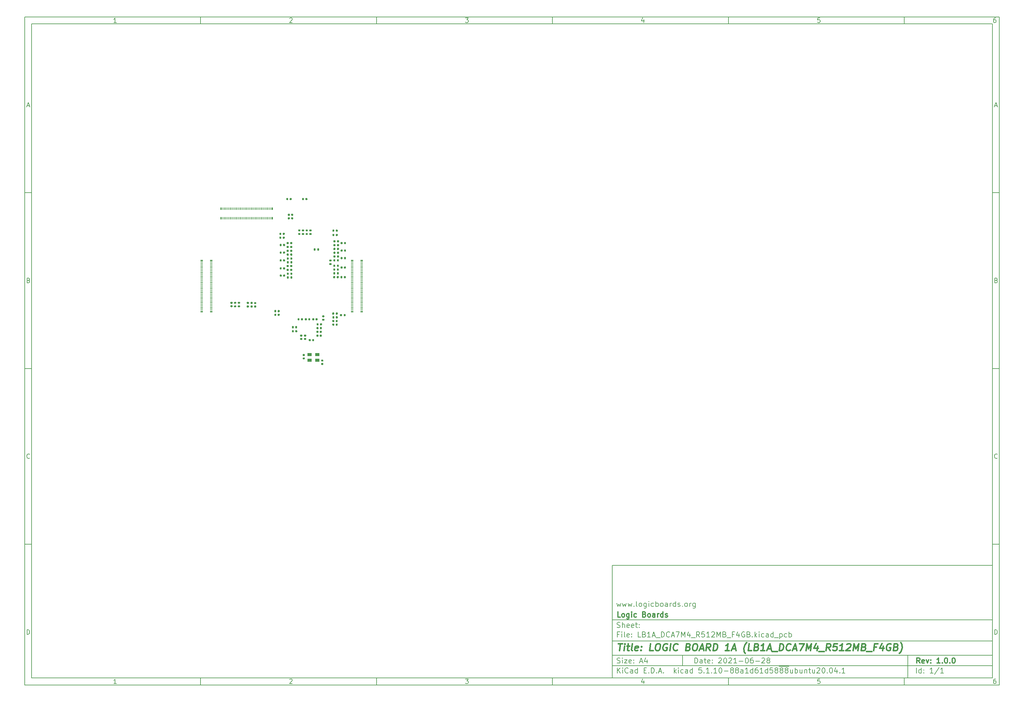
<source format=gbr>
%TF.GenerationSoftware,KiCad,Pcbnew,5.1.10-88a1d61d58~88~ubuntu20.04.1*%
%TF.CreationDate,2021-06-28T11:18:36+05:30*%
%TF.ProjectId,LB1A_DCA7M4_R512MB_F4GB,4c423141-5f44-4434-9137-4d345f523531,1.0.0*%
%TF.SameCoordinates,Original*%
%TF.FileFunction,Paste,Bot*%
%TF.FilePolarity,Positive*%
%FSLAX46Y46*%
G04 Gerber Fmt 4.6, Leading zero omitted, Abs format (unit mm)*
G04 Created by KiCad (PCBNEW 5.1.10-88a1d61d58~88~ubuntu20.04.1) date 2021-06-28 11:18:36*
%MOMM*%
%LPD*%
G01*
G04 APERTURE LIST*
%ADD10C,0.100000*%
%ADD11C,0.150000*%
%ADD12C,0.300000*%
%ADD13C,0.400000*%
%ADD14R,0.660000X0.230000*%
%ADD15R,0.660000X0.350000*%
%ADD16R,0.230000X0.660000*%
%ADD17R,0.350000X0.660000*%
%ADD18R,1.200000X0.950000*%
G04 APERTURE END LIST*
D10*
D11*
X177002200Y-166007200D02*
X177002200Y-198007200D01*
X285002200Y-198007200D01*
X285002200Y-166007200D01*
X177002200Y-166007200D01*
D10*
D11*
X10000000Y-10000000D02*
X10000000Y-200007200D01*
X287002200Y-200007200D01*
X287002200Y-10000000D01*
X10000000Y-10000000D01*
D10*
D11*
X12000000Y-12000000D02*
X12000000Y-198007200D01*
X285002200Y-198007200D01*
X285002200Y-12000000D01*
X12000000Y-12000000D01*
D10*
D11*
X60000000Y-12000000D02*
X60000000Y-10000000D01*
D10*
D11*
X110000000Y-12000000D02*
X110000000Y-10000000D01*
D10*
D11*
X160000000Y-12000000D02*
X160000000Y-10000000D01*
D10*
D11*
X210000000Y-12000000D02*
X210000000Y-10000000D01*
D10*
D11*
X260000000Y-12000000D02*
X260000000Y-10000000D01*
D10*
D11*
X36065476Y-11588095D02*
X35322619Y-11588095D01*
X35694047Y-11588095D02*
X35694047Y-10288095D01*
X35570238Y-10473809D01*
X35446428Y-10597619D01*
X35322619Y-10659523D01*
D10*
D11*
X85322619Y-10411904D02*
X85384523Y-10350000D01*
X85508333Y-10288095D01*
X85817857Y-10288095D01*
X85941666Y-10350000D01*
X86003571Y-10411904D01*
X86065476Y-10535714D01*
X86065476Y-10659523D01*
X86003571Y-10845238D01*
X85260714Y-11588095D01*
X86065476Y-11588095D01*
D10*
D11*
X135260714Y-10288095D02*
X136065476Y-10288095D01*
X135632142Y-10783333D01*
X135817857Y-10783333D01*
X135941666Y-10845238D01*
X136003571Y-10907142D01*
X136065476Y-11030952D01*
X136065476Y-11340476D01*
X136003571Y-11464285D01*
X135941666Y-11526190D01*
X135817857Y-11588095D01*
X135446428Y-11588095D01*
X135322619Y-11526190D01*
X135260714Y-11464285D01*
D10*
D11*
X185941666Y-10721428D02*
X185941666Y-11588095D01*
X185632142Y-10226190D02*
X185322619Y-11154761D01*
X186127380Y-11154761D01*
D10*
D11*
X236003571Y-10288095D02*
X235384523Y-10288095D01*
X235322619Y-10907142D01*
X235384523Y-10845238D01*
X235508333Y-10783333D01*
X235817857Y-10783333D01*
X235941666Y-10845238D01*
X236003571Y-10907142D01*
X236065476Y-11030952D01*
X236065476Y-11340476D01*
X236003571Y-11464285D01*
X235941666Y-11526190D01*
X235817857Y-11588095D01*
X235508333Y-11588095D01*
X235384523Y-11526190D01*
X235322619Y-11464285D01*
D10*
D11*
X285941666Y-10288095D02*
X285694047Y-10288095D01*
X285570238Y-10350000D01*
X285508333Y-10411904D01*
X285384523Y-10597619D01*
X285322619Y-10845238D01*
X285322619Y-11340476D01*
X285384523Y-11464285D01*
X285446428Y-11526190D01*
X285570238Y-11588095D01*
X285817857Y-11588095D01*
X285941666Y-11526190D01*
X286003571Y-11464285D01*
X286065476Y-11340476D01*
X286065476Y-11030952D01*
X286003571Y-10907142D01*
X285941666Y-10845238D01*
X285817857Y-10783333D01*
X285570238Y-10783333D01*
X285446428Y-10845238D01*
X285384523Y-10907142D01*
X285322619Y-11030952D01*
D10*
D11*
X60000000Y-198007200D02*
X60000000Y-200007200D01*
D10*
D11*
X110000000Y-198007200D02*
X110000000Y-200007200D01*
D10*
D11*
X160000000Y-198007200D02*
X160000000Y-200007200D01*
D10*
D11*
X210000000Y-198007200D02*
X210000000Y-200007200D01*
D10*
D11*
X260000000Y-198007200D02*
X260000000Y-200007200D01*
D10*
D11*
X36065476Y-199595295D02*
X35322619Y-199595295D01*
X35694047Y-199595295D02*
X35694047Y-198295295D01*
X35570238Y-198481009D01*
X35446428Y-198604819D01*
X35322619Y-198666723D01*
D10*
D11*
X85322619Y-198419104D02*
X85384523Y-198357200D01*
X85508333Y-198295295D01*
X85817857Y-198295295D01*
X85941666Y-198357200D01*
X86003571Y-198419104D01*
X86065476Y-198542914D01*
X86065476Y-198666723D01*
X86003571Y-198852438D01*
X85260714Y-199595295D01*
X86065476Y-199595295D01*
D10*
D11*
X135260714Y-198295295D02*
X136065476Y-198295295D01*
X135632142Y-198790533D01*
X135817857Y-198790533D01*
X135941666Y-198852438D01*
X136003571Y-198914342D01*
X136065476Y-199038152D01*
X136065476Y-199347676D01*
X136003571Y-199471485D01*
X135941666Y-199533390D01*
X135817857Y-199595295D01*
X135446428Y-199595295D01*
X135322619Y-199533390D01*
X135260714Y-199471485D01*
D10*
D11*
X185941666Y-198728628D02*
X185941666Y-199595295D01*
X185632142Y-198233390D02*
X185322619Y-199161961D01*
X186127380Y-199161961D01*
D10*
D11*
X236003571Y-198295295D02*
X235384523Y-198295295D01*
X235322619Y-198914342D01*
X235384523Y-198852438D01*
X235508333Y-198790533D01*
X235817857Y-198790533D01*
X235941666Y-198852438D01*
X236003571Y-198914342D01*
X236065476Y-199038152D01*
X236065476Y-199347676D01*
X236003571Y-199471485D01*
X235941666Y-199533390D01*
X235817857Y-199595295D01*
X235508333Y-199595295D01*
X235384523Y-199533390D01*
X235322619Y-199471485D01*
D10*
D11*
X285941666Y-198295295D02*
X285694047Y-198295295D01*
X285570238Y-198357200D01*
X285508333Y-198419104D01*
X285384523Y-198604819D01*
X285322619Y-198852438D01*
X285322619Y-199347676D01*
X285384523Y-199471485D01*
X285446428Y-199533390D01*
X285570238Y-199595295D01*
X285817857Y-199595295D01*
X285941666Y-199533390D01*
X286003571Y-199471485D01*
X286065476Y-199347676D01*
X286065476Y-199038152D01*
X286003571Y-198914342D01*
X285941666Y-198852438D01*
X285817857Y-198790533D01*
X285570238Y-198790533D01*
X285446428Y-198852438D01*
X285384523Y-198914342D01*
X285322619Y-199038152D01*
D10*
D11*
X10000000Y-60000000D02*
X12000000Y-60000000D01*
D10*
D11*
X10000000Y-110000000D02*
X12000000Y-110000000D01*
D10*
D11*
X10000000Y-160000000D02*
X12000000Y-160000000D01*
D10*
D11*
X10690476Y-35216666D02*
X11309523Y-35216666D01*
X10566666Y-35588095D02*
X11000000Y-34288095D01*
X11433333Y-35588095D01*
D10*
D11*
X11092857Y-84907142D02*
X11278571Y-84969047D01*
X11340476Y-85030952D01*
X11402380Y-85154761D01*
X11402380Y-85340476D01*
X11340476Y-85464285D01*
X11278571Y-85526190D01*
X11154761Y-85588095D01*
X10659523Y-85588095D01*
X10659523Y-84288095D01*
X11092857Y-84288095D01*
X11216666Y-84350000D01*
X11278571Y-84411904D01*
X11340476Y-84535714D01*
X11340476Y-84659523D01*
X11278571Y-84783333D01*
X11216666Y-84845238D01*
X11092857Y-84907142D01*
X10659523Y-84907142D01*
D10*
D11*
X11402380Y-135464285D02*
X11340476Y-135526190D01*
X11154761Y-135588095D01*
X11030952Y-135588095D01*
X10845238Y-135526190D01*
X10721428Y-135402380D01*
X10659523Y-135278571D01*
X10597619Y-135030952D01*
X10597619Y-134845238D01*
X10659523Y-134597619D01*
X10721428Y-134473809D01*
X10845238Y-134350000D01*
X11030952Y-134288095D01*
X11154761Y-134288095D01*
X11340476Y-134350000D01*
X11402380Y-134411904D01*
D10*
D11*
X10659523Y-185588095D02*
X10659523Y-184288095D01*
X10969047Y-184288095D01*
X11154761Y-184350000D01*
X11278571Y-184473809D01*
X11340476Y-184597619D01*
X11402380Y-184845238D01*
X11402380Y-185030952D01*
X11340476Y-185278571D01*
X11278571Y-185402380D01*
X11154761Y-185526190D01*
X10969047Y-185588095D01*
X10659523Y-185588095D01*
D10*
D11*
X287002200Y-60000000D02*
X285002200Y-60000000D01*
D10*
D11*
X287002200Y-110000000D02*
X285002200Y-110000000D01*
D10*
D11*
X287002200Y-160000000D02*
X285002200Y-160000000D01*
D10*
D11*
X285692676Y-35216666D02*
X286311723Y-35216666D01*
X285568866Y-35588095D02*
X286002200Y-34288095D01*
X286435533Y-35588095D01*
D10*
D11*
X286095057Y-84907142D02*
X286280771Y-84969047D01*
X286342676Y-85030952D01*
X286404580Y-85154761D01*
X286404580Y-85340476D01*
X286342676Y-85464285D01*
X286280771Y-85526190D01*
X286156961Y-85588095D01*
X285661723Y-85588095D01*
X285661723Y-84288095D01*
X286095057Y-84288095D01*
X286218866Y-84350000D01*
X286280771Y-84411904D01*
X286342676Y-84535714D01*
X286342676Y-84659523D01*
X286280771Y-84783333D01*
X286218866Y-84845238D01*
X286095057Y-84907142D01*
X285661723Y-84907142D01*
D10*
D11*
X286404580Y-135464285D02*
X286342676Y-135526190D01*
X286156961Y-135588095D01*
X286033152Y-135588095D01*
X285847438Y-135526190D01*
X285723628Y-135402380D01*
X285661723Y-135278571D01*
X285599819Y-135030952D01*
X285599819Y-134845238D01*
X285661723Y-134597619D01*
X285723628Y-134473809D01*
X285847438Y-134350000D01*
X286033152Y-134288095D01*
X286156961Y-134288095D01*
X286342676Y-134350000D01*
X286404580Y-134411904D01*
D10*
D11*
X285661723Y-185588095D02*
X285661723Y-184288095D01*
X285971247Y-184288095D01*
X286156961Y-184350000D01*
X286280771Y-184473809D01*
X286342676Y-184597619D01*
X286404580Y-184845238D01*
X286404580Y-185030952D01*
X286342676Y-185278571D01*
X286280771Y-185402380D01*
X286156961Y-185526190D01*
X285971247Y-185588095D01*
X285661723Y-185588095D01*
D10*
D11*
X200434342Y-193785771D02*
X200434342Y-192285771D01*
X200791485Y-192285771D01*
X201005771Y-192357200D01*
X201148628Y-192500057D01*
X201220057Y-192642914D01*
X201291485Y-192928628D01*
X201291485Y-193142914D01*
X201220057Y-193428628D01*
X201148628Y-193571485D01*
X201005771Y-193714342D01*
X200791485Y-193785771D01*
X200434342Y-193785771D01*
X202577200Y-193785771D02*
X202577200Y-193000057D01*
X202505771Y-192857200D01*
X202362914Y-192785771D01*
X202077200Y-192785771D01*
X201934342Y-192857200D01*
X202577200Y-193714342D02*
X202434342Y-193785771D01*
X202077200Y-193785771D01*
X201934342Y-193714342D01*
X201862914Y-193571485D01*
X201862914Y-193428628D01*
X201934342Y-193285771D01*
X202077200Y-193214342D01*
X202434342Y-193214342D01*
X202577200Y-193142914D01*
X203077200Y-192785771D02*
X203648628Y-192785771D01*
X203291485Y-192285771D02*
X203291485Y-193571485D01*
X203362914Y-193714342D01*
X203505771Y-193785771D01*
X203648628Y-193785771D01*
X204720057Y-193714342D02*
X204577200Y-193785771D01*
X204291485Y-193785771D01*
X204148628Y-193714342D01*
X204077200Y-193571485D01*
X204077200Y-193000057D01*
X204148628Y-192857200D01*
X204291485Y-192785771D01*
X204577200Y-192785771D01*
X204720057Y-192857200D01*
X204791485Y-193000057D01*
X204791485Y-193142914D01*
X204077200Y-193285771D01*
X205434342Y-193642914D02*
X205505771Y-193714342D01*
X205434342Y-193785771D01*
X205362914Y-193714342D01*
X205434342Y-193642914D01*
X205434342Y-193785771D01*
X205434342Y-192857200D02*
X205505771Y-192928628D01*
X205434342Y-193000057D01*
X205362914Y-192928628D01*
X205434342Y-192857200D01*
X205434342Y-193000057D01*
X207220057Y-192428628D02*
X207291485Y-192357200D01*
X207434342Y-192285771D01*
X207791485Y-192285771D01*
X207934342Y-192357200D01*
X208005771Y-192428628D01*
X208077200Y-192571485D01*
X208077200Y-192714342D01*
X208005771Y-192928628D01*
X207148628Y-193785771D01*
X208077200Y-193785771D01*
X209005771Y-192285771D02*
X209148628Y-192285771D01*
X209291485Y-192357200D01*
X209362914Y-192428628D01*
X209434342Y-192571485D01*
X209505771Y-192857200D01*
X209505771Y-193214342D01*
X209434342Y-193500057D01*
X209362914Y-193642914D01*
X209291485Y-193714342D01*
X209148628Y-193785771D01*
X209005771Y-193785771D01*
X208862914Y-193714342D01*
X208791485Y-193642914D01*
X208720057Y-193500057D01*
X208648628Y-193214342D01*
X208648628Y-192857200D01*
X208720057Y-192571485D01*
X208791485Y-192428628D01*
X208862914Y-192357200D01*
X209005771Y-192285771D01*
X210077200Y-192428628D02*
X210148628Y-192357200D01*
X210291485Y-192285771D01*
X210648628Y-192285771D01*
X210791485Y-192357200D01*
X210862914Y-192428628D01*
X210934342Y-192571485D01*
X210934342Y-192714342D01*
X210862914Y-192928628D01*
X210005771Y-193785771D01*
X210934342Y-193785771D01*
X212362914Y-193785771D02*
X211505771Y-193785771D01*
X211934342Y-193785771D02*
X211934342Y-192285771D01*
X211791485Y-192500057D01*
X211648628Y-192642914D01*
X211505771Y-192714342D01*
X213005771Y-193214342D02*
X214148628Y-193214342D01*
X215148628Y-192285771D02*
X215291485Y-192285771D01*
X215434342Y-192357200D01*
X215505771Y-192428628D01*
X215577200Y-192571485D01*
X215648628Y-192857200D01*
X215648628Y-193214342D01*
X215577200Y-193500057D01*
X215505771Y-193642914D01*
X215434342Y-193714342D01*
X215291485Y-193785771D01*
X215148628Y-193785771D01*
X215005771Y-193714342D01*
X214934342Y-193642914D01*
X214862914Y-193500057D01*
X214791485Y-193214342D01*
X214791485Y-192857200D01*
X214862914Y-192571485D01*
X214934342Y-192428628D01*
X215005771Y-192357200D01*
X215148628Y-192285771D01*
X216934342Y-192285771D02*
X216648628Y-192285771D01*
X216505771Y-192357200D01*
X216434342Y-192428628D01*
X216291485Y-192642914D01*
X216220057Y-192928628D01*
X216220057Y-193500057D01*
X216291485Y-193642914D01*
X216362914Y-193714342D01*
X216505771Y-193785771D01*
X216791485Y-193785771D01*
X216934342Y-193714342D01*
X217005771Y-193642914D01*
X217077200Y-193500057D01*
X217077200Y-193142914D01*
X217005771Y-193000057D01*
X216934342Y-192928628D01*
X216791485Y-192857200D01*
X216505771Y-192857200D01*
X216362914Y-192928628D01*
X216291485Y-193000057D01*
X216220057Y-193142914D01*
X217720057Y-193214342D02*
X218862914Y-193214342D01*
X219505771Y-192428628D02*
X219577200Y-192357200D01*
X219720057Y-192285771D01*
X220077200Y-192285771D01*
X220220057Y-192357200D01*
X220291485Y-192428628D01*
X220362914Y-192571485D01*
X220362914Y-192714342D01*
X220291485Y-192928628D01*
X219434342Y-193785771D01*
X220362914Y-193785771D01*
X221220057Y-192928628D02*
X221077200Y-192857200D01*
X221005771Y-192785771D01*
X220934342Y-192642914D01*
X220934342Y-192571485D01*
X221005771Y-192428628D01*
X221077200Y-192357200D01*
X221220057Y-192285771D01*
X221505771Y-192285771D01*
X221648628Y-192357200D01*
X221720057Y-192428628D01*
X221791485Y-192571485D01*
X221791485Y-192642914D01*
X221720057Y-192785771D01*
X221648628Y-192857200D01*
X221505771Y-192928628D01*
X221220057Y-192928628D01*
X221077200Y-193000057D01*
X221005771Y-193071485D01*
X220934342Y-193214342D01*
X220934342Y-193500057D01*
X221005771Y-193642914D01*
X221077200Y-193714342D01*
X221220057Y-193785771D01*
X221505771Y-193785771D01*
X221648628Y-193714342D01*
X221720057Y-193642914D01*
X221791485Y-193500057D01*
X221791485Y-193214342D01*
X221720057Y-193071485D01*
X221648628Y-193000057D01*
X221505771Y-192928628D01*
D10*
D11*
X177002200Y-194507200D02*
X285002200Y-194507200D01*
D10*
D11*
X178434342Y-196585771D02*
X178434342Y-195085771D01*
X179291485Y-196585771D02*
X178648628Y-195728628D01*
X179291485Y-195085771D02*
X178434342Y-195942914D01*
X179934342Y-196585771D02*
X179934342Y-195585771D01*
X179934342Y-195085771D02*
X179862914Y-195157200D01*
X179934342Y-195228628D01*
X180005771Y-195157200D01*
X179934342Y-195085771D01*
X179934342Y-195228628D01*
X181505771Y-196442914D02*
X181434342Y-196514342D01*
X181220057Y-196585771D01*
X181077200Y-196585771D01*
X180862914Y-196514342D01*
X180720057Y-196371485D01*
X180648628Y-196228628D01*
X180577200Y-195942914D01*
X180577200Y-195728628D01*
X180648628Y-195442914D01*
X180720057Y-195300057D01*
X180862914Y-195157200D01*
X181077200Y-195085771D01*
X181220057Y-195085771D01*
X181434342Y-195157200D01*
X181505771Y-195228628D01*
X182791485Y-196585771D02*
X182791485Y-195800057D01*
X182720057Y-195657200D01*
X182577200Y-195585771D01*
X182291485Y-195585771D01*
X182148628Y-195657200D01*
X182791485Y-196514342D02*
X182648628Y-196585771D01*
X182291485Y-196585771D01*
X182148628Y-196514342D01*
X182077200Y-196371485D01*
X182077200Y-196228628D01*
X182148628Y-196085771D01*
X182291485Y-196014342D01*
X182648628Y-196014342D01*
X182791485Y-195942914D01*
X184148628Y-196585771D02*
X184148628Y-195085771D01*
X184148628Y-196514342D02*
X184005771Y-196585771D01*
X183720057Y-196585771D01*
X183577200Y-196514342D01*
X183505771Y-196442914D01*
X183434342Y-196300057D01*
X183434342Y-195871485D01*
X183505771Y-195728628D01*
X183577200Y-195657200D01*
X183720057Y-195585771D01*
X184005771Y-195585771D01*
X184148628Y-195657200D01*
X186005771Y-195800057D02*
X186505771Y-195800057D01*
X186720057Y-196585771D02*
X186005771Y-196585771D01*
X186005771Y-195085771D01*
X186720057Y-195085771D01*
X187362914Y-196442914D02*
X187434342Y-196514342D01*
X187362914Y-196585771D01*
X187291485Y-196514342D01*
X187362914Y-196442914D01*
X187362914Y-196585771D01*
X188077200Y-196585771D02*
X188077200Y-195085771D01*
X188434342Y-195085771D01*
X188648628Y-195157200D01*
X188791485Y-195300057D01*
X188862914Y-195442914D01*
X188934342Y-195728628D01*
X188934342Y-195942914D01*
X188862914Y-196228628D01*
X188791485Y-196371485D01*
X188648628Y-196514342D01*
X188434342Y-196585771D01*
X188077200Y-196585771D01*
X189577200Y-196442914D02*
X189648628Y-196514342D01*
X189577200Y-196585771D01*
X189505771Y-196514342D01*
X189577200Y-196442914D01*
X189577200Y-196585771D01*
X190220057Y-196157200D02*
X190934342Y-196157200D01*
X190077200Y-196585771D02*
X190577200Y-195085771D01*
X191077200Y-196585771D01*
X191577200Y-196442914D02*
X191648628Y-196514342D01*
X191577200Y-196585771D01*
X191505771Y-196514342D01*
X191577200Y-196442914D01*
X191577200Y-196585771D01*
X194577200Y-196585771D02*
X194577200Y-195085771D01*
X194720057Y-196014342D02*
X195148628Y-196585771D01*
X195148628Y-195585771D02*
X194577200Y-196157200D01*
X195791485Y-196585771D02*
X195791485Y-195585771D01*
X195791485Y-195085771D02*
X195720057Y-195157200D01*
X195791485Y-195228628D01*
X195862914Y-195157200D01*
X195791485Y-195085771D01*
X195791485Y-195228628D01*
X197148628Y-196514342D02*
X197005771Y-196585771D01*
X196720057Y-196585771D01*
X196577200Y-196514342D01*
X196505771Y-196442914D01*
X196434342Y-196300057D01*
X196434342Y-195871485D01*
X196505771Y-195728628D01*
X196577200Y-195657200D01*
X196720057Y-195585771D01*
X197005771Y-195585771D01*
X197148628Y-195657200D01*
X198434342Y-196585771D02*
X198434342Y-195800057D01*
X198362914Y-195657200D01*
X198220057Y-195585771D01*
X197934342Y-195585771D01*
X197791485Y-195657200D01*
X198434342Y-196514342D02*
X198291485Y-196585771D01*
X197934342Y-196585771D01*
X197791485Y-196514342D01*
X197720057Y-196371485D01*
X197720057Y-196228628D01*
X197791485Y-196085771D01*
X197934342Y-196014342D01*
X198291485Y-196014342D01*
X198434342Y-195942914D01*
X199791485Y-196585771D02*
X199791485Y-195085771D01*
X199791485Y-196514342D02*
X199648628Y-196585771D01*
X199362914Y-196585771D01*
X199220057Y-196514342D01*
X199148628Y-196442914D01*
X199077200Y-196300057D01*
X199077200Y-195871485D01*
X199148628Y-195728628D01*
X199220057Y-195657200D01*
X199362914Y-195585771D01*
X199648628Y-195585771D01*
X199791485Y-195657200D01*
X202362914Y-195085771D02*
X201648628Y-195085771D01*
X201577200Y-195800057D01*
X201648628Y-195728628D01*
X201791485Y-195657200D01*
X202148628Y-195657200D01*
X202291485Y-195728628D01*
X202362914Y-195800057D01*
X202434342Y-195942914D01*
X202434342Y-196300057D01*
X202362914Y-196442914D01*
X202291485Y-196514342D01*
X202148628Y-196585771D01*
X201791485Y-196585771D01*
X201648628Y-196514342D01*
X201577200Y-196442914D01*
X203077200Y-196442914D02*
X203148628Y-196514342D01*
X203077200Y-196585771D01*
X203005771Y-196514342D01*
X203077200Y-196442914D01*
X203077200Y-196585771D01*
X204577200Y-196585771D02*
X203720057Y-196585771D01*
X204148628Y-196585771D02*
X204148628Y-195085771D01*
X204005771Y-195300057D01*
X203862914Y-195442914D01*
X203720057Y-195514342D01*
X205220057Y-196442914D02*
X205291485Y-196514342D01*
X205220057Y-196585771D01*
X205148628Y-196514342D01*
X205220057Y-196442914D01*
X205220057Y-196585771D01*
X206720057Y-196585771D02*
X205862914Y-196585771D01*
X206291485Y-196585771D02*
X206291485Y-195085771D01*
X206148628Y-195300057D01*
X206005771Y-195442914D01*
X205862914Y-195514342D01*
X207648628Y-195085771D02*
X207791485Y-195085771D01*
X207934342Y-195157200D01*
X208005771Y-195228628D01*
X208077200Y-195371485D01*
X208148628Y-195657200D01*
X208148628Y-196014342D01*
X208077200Y-196300057D01*
X208005771Y-196442914D01*
X207934342Y-196514342D01*
X207791485Y-196585771D01*
X207648628Y-196585771D01*
X207505771Y-196514342D01*
X207434342Y-196442914D01*
X207362914Y-196300057D01*
X207291485Y-196014342D01*
X207291485Y-195657200D01*
X207362914Y-195371485D01*
X207434342Y-195228628D01*
X207505771Y-195157200D01*
X207648628Y-195085771D01*
X208791485Y-196014342D02*
X209934342Y-196014342D01*
X210862914Y-195728628D02*
X210720057Y-195657200D01*
X210648628Y-195585771D01*
X210577200Y-195442914D01*
X210577200Y-195371485D01*
X210648628Y-195228628D01*
X210720057Y-195157200D01*
X210862914Y-195085771D01*
X211148628Y-195085771D01*
X211291485Y-195157200D01*
X211362914Y-195228628D01*
X211434342Y-195371485D01*
X211434342Y-195442914D01*
X211362914Y-195585771D01*
X211291485Y-195657200D01*
X211148628Y-195728628D01*
X210862914Y-195728628D01*
X210720057Y-195800057D01*
X210648628Y-195871485D01*
X210577200Y-196014342D01*
X210577200Y-196300057D01*
X210648628Y-196442914D01*
X210720057Y-196514342D01*
X210862914Y-196585771D01*
X211148628Y-196585771D01*
X211291485Y-196514342D01*
X211362914Y-196442914D01*
X211434342Y-196300057D01*
X211434342Y-196014342D01*
X211362914Y-195871485D01*
X211291485Y-195800057D01*
X211148628Y-195728628D01*
X212291485Y-195728628D02*
X212148628Y-195657200D01*
X212077200Y-195585771D01*
X212005771Y-195442914D01*
X212005771Y-195371485D01*
X212077200Y-195228628D01*
X212148628Y-195157200D01*
X212291485Y-195085771D01*
X212577200Y-195085771D01*
X212720057Y-195157200D01*
X212791485Y-195228628D01*
X212862914Y-195371485D01*
X212862914Y-195442914D01*
X212791485Y-195585771D01*
X212720057Y-195657200D01*
X212577200Y-195728628D01*
X212291485Y-195728628D01*
X212148628Y-195800057D01*
X212077200Y-195871485D01*
X212005771Y-196014342D01*
X212005771Y-196300057D01*
X212077200Y-196442914D01*
X212148628Y-196514342D01*
X212291485Y-196585771D01*
X212577200Y-196585771D01*
X212720057Y-196514342D01*
X212791485Y-196442914D01*
X212862914Y-196300057D01*
X212862914Y-196014342D01*
X212791485Y-195871485D01*
X212720057Y-195800057D01*
X212577200Y-195728628D01*
X214148628Y-196585771D02*
X214148628Y-195800057D01*
X214077200Y-195657200D01*
X213934342Y-195585771D01*
X213648628Y-195585771D01*
X213505771Y-195657200D01*
X214148628Y-196514342D02*
X214005771Y-196585771D01*
X213648628Y-196585771D01*
X213505771Y-196514342D01*
X213434342Y-196371485D01*
X213434342Y-196228628D01*
X213505771Y-196085771D01*
X213648628Y-196014342D01*
X214005771Y-196014342D01*
X214148628Y-195942914D01*
X215648628Y-196585771D02*
X214791485Y-196585771D01*
X215220057Y-196585771D02*
X215220057Y-195085771D01*
X215077200Y-195300057D01*
X214934342Y-195442914D01*
X214791485Y-195514342D01*
X216934342Y-196585771D02*
X216934342Y-195085771D01*
X216934342Y-196514342D02*
X216791485Y-196585771D01*
X216505771Y-196585771D01*
X216362914Y-196514342D01*
X216291485Y-196442914D01*
X216220057Y-196300057D01*
X216220057Y-195871485D01*
X216291485Y-195728628D01*
X216362914Y-195657200D01*
X216505771Y-195585771D01*
X216791485Y-195585771D01*
X216934342Y-195657200D01*
X218291485Y-195085771D02*
X218005771Y-195085771D01*
X217862914Y-195157200D01*
X217791485Y-195228628D01*
X217648628Y-195442914D01*
X217577200Y-195728628D01*
X217577200Y-196300057D01*
X217648628Y-196442914D01*
X217720057Y-196514342D01*
X217862914Y-196585771D01*
X218148628Y-196585771D01*
X218291485Y-196514342D01*
X218362914Y-196442914D01*
X218434342Y-196300057D01*
X218434342Y-195942914D01*
X218362914Y-195800057D01*
X218291485Y-195728628D01*
X218148628Y-195657200D01*
X217862914Y-195657200D01*
X217720057Y-195728628D01*
X217648628Y-195800057D01*
X217577200Y-195942914D01*
X219862914Y-196585771D02*
X219005771Y-196585771D01*
X219434342Y-196585771D02*
X219434342Y-195085771D01*
X219291485Y-195300057D01*
X219148628Y-195442914D01*
X219005771Y-195514342D01*
X221148628Y-196585771D02*
X221148628Y-195085771D01*
X221148628Y-196514342D02*
X221005771Y-196585771D01*
X220720057Y-196585771D01*
X220577200Y-196514342D01*
X220505771Y-196442914D01*
X220434342Y-196300057D01*
X220434342Y-195871485D01*
X220505771Y-195728628D01*
X220577200Y-195657200D01*
X220720057Y-195585771D01*
X221005771Y-195585771D01*
X221148628Y-195657200D01*
X222577200Y-195085771D02*
X221862914Y-195085771D01*
X221791485Y-195800057D01*
X221862914Y-195728628D01*
X222005771Y-195657200D01*
X222362914Y-195657200D01*
X222505771Y-195728628D01*
X222577200Y-195800057D01*
X222648628Y-195942914D01*
X222648628Y-196300057D01*
X222577200Y-196442914D01*
X222505771Y-196514342D01*
X222362914Y-196585771D01*
X222005771Y-196585771D01*
X221862914Y-196514342D01*
X221791485Y-196442914D01*
X223505771Y-195728628D02*
X223362914Y-195657200D01*
X223291485Y-195585771D01*
X223220057Y-195442914D01*
X223220057Y-195371485D01*
X223291485Y-195228628D01*
X223362914Y-195157200D01*
X223505771Y-195085771D01*
X223791485Y-195085771D01*
X223934342Y-195157200D01*
X224005771Y-195228628D01*
X224077200Y-195371485D01*
X224077200Y-195442914D01*
X224005771Y-195585771D01*
X223934342Y-195657200D01*
X223791485Y-195728628D01*
X223505771Y-195728628D01*
X223362914Y-195800057D01*
X223291485Y-195871485D01*
X223220057Y-196014342D01*
X223220057Y-196300057D01*
X223291485Y-196442914D01*
X223362914Y-196514342D01*
X223505771Y-196585771D01*
X223791485Y-196585771D01*
X223934342Y-196514342D01*
X224005771Y-196442914D01*
X224077200Y-196300057D01*
X224077200Y-196014342D01*
X224005771Y-195871485D01*
X223934342Y-195800057D01*
X223791485Y-195728628D01*
X224362914Y-194677200D02*
X225791485Y-194677200D01*
X224934342Y-195728628D02*
X224791485Y-195657200D01*
X224720057Y-195585771D01*
X224648628Y-195442914D01*
X224648628Y-195371485D01*
X224720057Y-195228628D01*
X224791485Y-195157200D01*
X224934342Y-195085771D01*
X225220057Y-195085771D01*
X225362914Y-195157200D01*
X225434342Y-195228628D01*
X225505771Y-195371485D01*
X225505771Y-195442914D01*
X225434342Y-195585771D01*
X225362914Y-195657200D01*
X225220057Y-195728628D01*
X224934342Y-195728628D01*
X224791485Y-195800057D01*
X224720057Y-195871485D01*
X224648628Y-196014342D01*
X224648628Y-196300057D01*
X224720057Y-196442914D01*
X224791485Y-196514342D01*
X224934342Y-196585771D01*
X225220057Y-196585771D01*
X225362914Y-196514342D01*
X225434342Y-196442914D01*
X225505771Y-196300057D01*
X225505771Y-196014342D01*
X225434342Y-195871485D01*
X225362914Y-195800057D01*
X225220057Y-195728628D01*
X225791485Y-194677200D02*
X227220057Y-194677200D01*
X226362914Y-195728628D02*
X226220057Y-195657200D01*
X226148628Y-195585771D01*
X226077199Y-195442914D01*
X226077199Y-195371485D01*
X226148628Y-195228628D01*
X226220057Y-195157200D01*
X226362914Y-195085771D01*
X226648628Y-195085771D01*
X226791485Y-195157200D01*
X226862914Y-195228628D01*
X226934342Y-195371485D01*
X226934342Y-195442914D01*
X226862914Y-195585771D01*
X226791485Y-195657200D01*
X226648628Y-195728628D01*
X226362914Y-195728628D01*
X226220057Y-195800057D01*
X226148628Y-195871485D01*
X226077199Y-196014342D01*
X226077199Y-196300057D01*
X226148628Y-196442914D01*
X226220057Y-196514342D01*
X226362914Y-196585771D01*
X226648628Y-196585771D01*
X226791485Y-196514342D01*
X226862914Y-196442914D01*
X226934342Y-196300057D01*
X226934342Y-196014342D01*
X226862914Y-195871485D01*
X226791485Y-195800057D01*
X226648628Y-195728628D01*
X228220057Y-195585771D02*
X228220057Y-196585771D01*
X227577199Y-195585771D02*
X227577199Y-196371485D01*
X227648628Y-196514342D01*
X227791485Y-196585771D01*
X228005771Y-196585771D01*
X228148628Y-196514342D01*
X228220057Y-196442914D01*
X228934342Y-196585771D02*
X228934342Y-195085771D01*
X228934342Y-195657200D02*
X229077199Y-195585771D01*
X229362914Y-195585771D01*
X229505771Y-195657200D01*
X229577199Y-195728628D01*
X229648628Y-195871485D01*
X229648628Y-196300057D01*
X229577199Y-196442914D01*
X229505771Y-196514342D01*
X229362914Y-196585771D01*
X229077199Y-196585771D01*
X228934342Y-196514342D01*
X230934342Y-195585771D02*
X230934342Y-196585771D01*
X230291485Y-195585771D02*
X230291485Y-196371485D01*
X230362914Y-196514342D01*
X230505771Y-196585771D01*
X230720057Y-196585771D01*
X230862914Y-196514342D01*
X230934342Y-196442914D01*
X231648628Y-195585771D02*
X231648628Y-196585771D01*
X231648628Y-195728628D02*
X231720057Y-195657200D01*
X231862914Y-195585771D01*
X232077199Y-195585771D01*
X232220057Y-195657200D01*
X232291485Y-195800057D01*
X232291485Y-196585771D01*
X232791485Y-195585771D02*
X233362914Y-195585771D01*
X233005771Y-195085771D02*
X233005771Y-196371485D01*
X233077199Y-196514342D01*
X233220057Y-196585771D01*
X233362914Y-196585771D01*
X234505771Y-195585771D02*
X234505771Y-196585771D01*
X233862914Y-195585771D02*
X233862914Y-196371485D01*
X233934342Y-196514342D01*
X234077200Y-196585771D01*
X234291485Y-196585771D01*
X234434342Y-196514342D01*
X234505771Y-196442914D01*
X235148628Y-195228628D02*
X235220057Y-195157200D01*
X235362914Y-195085771D01*
X235720057Y-195085771D01*
X235862914Y-195157200D01*
X235934342Y-195228628D01*
X236005771Y-195371485D01*
X236005771Y-195514342D01*
X235934342Y-195728628D01*
X235077200Y-196585771D01*
X236005771Y-196585771D01*
X236934342Y-195085771D02*
X237077199Y-195085771D01*
X237220057Y-195157200D01*
X237291485Y-195228628D01*
X237362914Y-195371485D01*
X237434342Y-195657200D01*
X237434342Y-196014342D01*
X237362914Y-196300057D01*
X237291485Y-196442914D01*
X237220057Y-196514342D01*
X237077199Y-196585771D01*
X236934342Y-196585771D01*
X236791485Y-196514342D01*
X236720057Y-196442914D01*
X236648628Y-196300057D01*
X236577199Y-196014342D01*
X236577199Y-195657200D01*
X236648628Y-195371485D01*
X236720057Y-195228628D01*
X236791485Y-195157200D01*
X236934342Y-195085771D01*
X238077199Y-196442914D02*
X238148628Y-196514342D01*
X238077199Y-196585771D01*
X238005771Y-196514342D01*
X238077199Y-196442914D01*
X238077199Y-196585771D01*
X239077199Y-195085771D02*
X239220057Y-195085771D01*
X239362914Y-195157200D01*
X239434342Y-195228628D01*
X239505771Y-195371485D01*
X239577199Y-195657200D01*
X239577199Y-196014342D01*
X239505771Y-196300057D01*
X239434342Y-196442914D01*
X239362914Y-196514342D01*
X239220057Y-196585771D01*
X239077199Y-196585771D01*
X238934342Y-196514342D01*
X238862914Y-196442914D01*
X238791485Y-196300057D01*
X238720057Y-196014342D01*
X238720057Y-195657200D01*
X238791485Y-195371485D01*
X238862914Y-195228628D01*
X238934342Y-195157200D01*
X239077199Y-195085771D01*
X240862914Y-195585771D02*
X240862914Y-196585771D01*
X240505771Y-195014342D02*
X240148628Y-196085771D01*
X241077199Y-196085771D01*
X241648628Y-196442914D02*
X241720057Y-196514342D01*
X241648628Y-196585771D01*
X241577199Y-196514342D01*
X241648628Y-196442914D01*
X241648628Y-196585771D01*
X243148628Y-196585771D02*
X242291485Y-196585771D01*
X242720057Y-196585771D02*
X242720057Y-195085771D01*
X242577199Y-195300057D01*
X242434342Y-195442914D01*
X242291485Y-195514342D01*
D10*
D11*
X177002200Y-191507200D02*
X285002200Y-191507200D01*
D10*
D12*
X264411485Y-193785771D02*
X263911485Y-193071485D01*
X263554342Y-193785771D02*
X263554342Y-192285771D01*
X264125771Y-192285771D01*
X264268628Y-192357200D01*
X264340057Y-192428628D01*
X264411485Y-192571485D01*
X264411485Y-192785771D01*
X264340057Y-192928628D01*
X264268628Y-193000057D01*
X264125771Y-193071485D01*
X263554342Y-193071485D01*
X265625771Y-193714342D02*
X265482914Y-193785771D01*
X265197200Y-193785771D01*
X265054342Y-193714342D01*
X264982914Y-193571485D01*
X264982914Y-193000057D01*
X265054342Y-192857200D01*
X265197200Y-192785771D01*
X265482914Y-192785771D01*
X265625771Y-192857200D01*
X265697200Y-193000057D01*
X265697200Y-193142914D01*
X264982914Y-193285771D01*
X266197200Y-192785771D02*
X266554342Y-193785771D01*
X266911485Y-192785771D01*
X267482914Y-193642914D02*
X267554342Y-193714342D01*
X267482914Y-193785771D01*
X267411485Y-193714342D01*
X267482914Y-193642914D01*
X267482914Y-193785771D01*
X267482914Y-192857200D02*
X267554342Y-192928628D01*
X267482914Y-193000057D01*
X267411485Y-192928628D01*
X267482914Y-192857200D01*
X267482914Y-193000057D01*
X270125771Y-193785771D02*
X269268628Y-193785771D01*
X269697200Y-193785771D02*
X269697200Y-192285771D01*
X269554342Y-192500057D01*
X269411485Y-192642914D01*
X269268628Y-192714342D01*
X270768628Y-193642914D02*
X270840057Y-193714342D01*
X270768628Y-193785771D01*
X270697200Y-193714342D01*
X270768628Y-193642914D01*
X270768628Y-193785771D01*
X271768628Y-192285771D02*
X271911485Y-192285771D01*
X272054342Y-192357200D01*
X272125771Y-192428628D01*
X272197200Y-192571485D01*
X272268628Y-192857200D01*
X272268628Y-193214342D01*
X272197200Y-193500057D01*
X272125771Y-193642914D01*
X272054342Y-193714342D01*
X271911485Y-193785771D01*
X271768628Y-193785771D01*
X271625771Y-193714342D01*
X271554342Y-193642914D01*
X271482914Y-193500057D01*
X271411485Y-193214342D01*
X271411485Y-192857200D01*
X271482914Y-192571485D01*
X271554342Y-192428628D01*
X271625771Y-192357200D01*
X271768628Y-192285771D01*
X272911485Y-193642914D02*
X272982914Y-193714342D01*
X272911485Y-193785771D01*
X272840057Y-193714342D01*
X272911485Y-193642914D01*
X272911485Y-193785771D01*
X273911485Y-192285771D02*
X274054342Y-192285771D01*
X274197200Y-192357200D01*
X274268628Y-192428628D01*
X274340057Y-192571485D01*
X274411485Y-192857200D01*
X274411485Y-193214342D01*
X274340057Y-193500057D01*
X274268628Y-193642914D01*
X274197200Y-193714342D01*
X274054342Y-193785771D01*
X273911485Y-193785771D01*
X273768628Y-193714342D01*
X273697200Y-193642914D01*
X273625771Y-193500057D01*
X273554342Y-193214342D01*
X273554342Y-192857200D01*
X273625771Y-192571485D01*
X273697200Y-192428628D01*
X273768628Y-192357200D01*
X273911485Y-192285771D01*
D10*
D11*
X178362914Y-193714342D02*
X178577200Y-193785771D01*
X178934342Y-193785771D01*
X179077200Y-193714342D01*
X179148628Y-193642914D01*
X179220057Y-193500057D01*
X179220057Y-193357200D01*
X179148628Y-193214342D01*
X179077200Y-193142914D01*
X178934342Y-193071485D01*
X178648628Y-193000057D01*
X178505771Y-192928628D01*
X178434342Y-192857200D01*
X178362914Y-192714342D01*
X178362914Y-192571485D01*
X178434342Y-192428628D01*
X178505771Y-192357200D01*
X178648628Y-192285771D01*
X179005771Y-192285771D01*
X179220057Y-192357200D01*
X179862914Y-193785771D02*
X179862914Y-192785771D01*
X179862914Y-192285771D02*
X179791485Y-192357200D01*
X179862914Y-192428628D01*
X179934342Y-192357200D01*
X179862914Y-192285771D01*
X179862914Y-192428628D01*
X180434342Y-192785771D02*
X181220057Y-192785771D01*
X180434342Y-193785771D01*
X181220057Y-193785771D01*
X182362914Y-193714342D02*
X182220057Y-193785771D01*
X181934342Y-193785771D01*
X181791485Y-193714342D01*
X181720057Y-193571485D01*
X181720057Y-193000057D01*
X181791485Y-192857200D01*
X181934342Y-192785771D01*
X182220057Y-192785771D01*
X182362914Y-192857200D01*
X182434342Y-193000057D01*
X182434342Y-193142914D01*
X181720057Y-193285771D01*
X183077200Y-193642914D02*
X183148628Y-193714342D01*
X183077200Y-193785771D01*
X183005771Y-193714342D01*
X183077200Y-193642914D01*
X183077200Y-193785771D01*
X183077200Y-192857200D02*
X183148628Y-192928628D01*
X183077200Y-193000057D01*
X183005771Y-192928628D01*
X183077200Y-192857200D01*
X183077200Y-193000057D01*
X184862914Y-193357200D02*
X185577200Y-193357200D01*
X184720057Y-193785771D02*
X185220057Y-192285771D01*
X185720057Y-193785771D01*
X186862914Y-192785771D02*
X186862914Y-193785771D01*
X186505771Y-192214342D02*
X186148628Y-193285771D01*
X187077200Y-193285771D01*
D10*
D11*
X263434342Y-196585771D02*
X263434342Y-195085771D01*
X264791485Y-196585771D02*
X264791485Y-195085771D01*
X264791485Y-196514342D02*
X264648628Y-196585771D01*
X264362914Y-196585771D01*
X264220057Y-196514342D01*
X264148628Y-196442914D01*
X264077200Y-196300057D01*
X264077200Y-195871485D01*
X264148628Y-195728628D01*
X264220057Y-195657200D01*
X264362914Y-195585771D01*
X264648628Y-195585771D01*
X264791485Y-195657200D01*
X265505771Y-196442914D02*
X265577200Y-196514342D01*
X265505771Y-196585771D01*
X265434342Y-196514342D01*
X265505771Y-196442914D01*
X265505771Y-196585771D01*
X265505771Y-195657200D02*
X265577200Y-195728628D01*
X265505771Y-195800057D01*
X265434342Y-195728628D01*
X265505771Y-195657200D01*
X265505771Y-195800057D01*
X268148628Y-196585771D02*
X267291485Y-196585771D01*
X267720057Y-196585771D02*
X267720057Y-195085771D01*
X267577200Y-195300057D01*
X267434342Y-195442914D01*
X267291485Y-195514342D01*
X269862914Y-195014342D02*
X268577200Y-196942914D01*
X271148628Y-196585771D02*
X270291485Y-196585771D01*
X270720057Y-196585771D02*
X270720057Y-195085771D01*
X270577200Y-195300057D01*
X270434342Y-195442914D01*
X270291485Y-195514342D01*
D10*
D11*
X177002200Y-187507200D02*
X285002200Y-187507200D01*
D10*
D13*
X178714580Y-188211961D02*
X179857438Y-188211961D01*
X179036009Y-190211961D02*
X179286009Y-188211961D01*
X180274104Y-190211961D02*
X180440771Y-188878628D01*
X180524104Y-188211961D02*
X180416961Y-188307200D01*
X180500295Y-188402438D01*
X180607438Y-188307200D01*
X180524104Y-188211961D01*
X180500295Y-188402438D01*
X181107438Y-188878628D02*
X181869342Y-188878628D01*
X181476485Y-188211961D02*
X181262200Y-189926247D01*
X181333628Y-190116723D01*
X181512200Y-190211961D01*
X181702676Y-190211961D01*
X182655057Y-190211961D02*
X182476485Y-190116723D01*
X182405057Y-189926247D01*
X182619342Y-188211961D01*
X184190771Y-190116723D02*
X183988390Y-190211961D01*
X183607438Y-190211961D01*
X183428866Y-190116723D01*
X183357438Y-189926247D01*
X183452676Y-189164342D01*
X183571723Y-188973866D01*
X183774104Y-188878628D01*
X184155057Y-188878628D01*
X184333628Y-188973866D01*
X184405057Y-189164342D01*
X184381247Y-189354819D01*
X183405057Y-189545295D01*
X185155057Y-190021485D02*
X185238390Y-190116723D01*
X185131247Y-190211961D01*
X185047914Y-190116723D01*
X185155057Y-190021485D01*
X185131247Y-190211961D01*
X185286009Y-188973866D02*
X185369342Y-189069104D01*
X185262200Y-189164342D01*
X185178866Y-189069104D01*
X185286009Y-188973866D01*
X185262200Y-189164342D01*
X188559819Y-190211961D02*
X187607438Y-190211961D01*
X187857438Y-188211961D01*
X189857438Y-188211961D02*
X190238390Y-188211961D01*
X190416961Y-188307200D01*
X190583628Y-188497676D01*
X190631247Y-188878628D01*
X190547914Y-189545295D01*
X190405057Y-189926247D01*
X190190771Y-190116723D01*
X189988390Y-190211961D01*
X189607438Y-190211961D01*
X189428866Y-190116723D01*
X189262200Y-189926247D01*
X189214580Y-189545295D01*
X189297914Y-188878628D01*
X189440771Y-188497676D01*
X189655057Y-188307200D01*
X189857438Y-188211961D01*
X192607438Y-188307200D02*
X192428866Y-188211961D01*
X192143152Y-188211961D01*
X191845533Y-188307200D01*
X191631247Y-188497676D01*
X191512200Y-188688152D01*
X191369342Y-189069104D01*
X191333628Y-189354819D01*
X191381247Y-189735771D01*
X191452676Y-189926247D01*
X191619342Y-190116723D01*
X191893152Y-190211961D01*
X192083628Y-190211961D01*
X192381247Y-190116723D01*
X192488390Y-190021485D01*
X192571723Y-189354819D01*
X192190771Y-189354819D01*
X193321723Y-190211961D02*
X193571723Y-188211961D01*
X195440771Y-190021485D02*
X195333628Y-190116723D01*
X195036009Y-190211961D01*
X194845533Y-190211961D01*
X194571723Y-190116723D01*
X194405057Y-189926247D01*
X194333628Y-189735771D01*
X194286009Y-189354819D01*
X194321723Y-189069104D01*
X194464580Y-188688152D01*
X194583628Y-188497676D01*
X194797914Y-188307200D01*
X195095533Y-188211961D01*
X195286009Y-188211961D01*
X195559819Y-188307200D01*
X195643152Y-188402438D01*
X198595533Y-189164342D02*
X198869342Y-189259580D01*
X198952676Y-189354819D01*
X199024104Y-189545295D01*
X198988390Y-189831009D01*
X198869342Y-190021485D01*
X198762200Y-190116723D01*
X198559819Y-190211961D01*
X197797914Y-190211961D01*
X198047914Y-188211961D01*
X198714580Y-188211961D01*
X198893152Y-188307200D01*
X198976485Y-188402438D01*
X199047914Y-188592914D01*
X199024104Y-188783390D01*
X198905057Y-188973866D01*
X198797914Y-189069104D01*
X198595533Y-189164342D01*
X197928866Y-189164342D01*
X200428866Y-188211961D02*
X200809819Y-188211961D01*
X200988390Y-188307200D01*
X201155057Y-188497676D01*
X201202676Y-188878628D01*
X201119342Y-189545295D01*
X200976485Y-189926247D01*
X200762200Y-190116723D01*
X200559819Y-190211961D01*
X200178866Y-190211961D01*
X200000295Y-190116723D01*
X199833628Y-189926247D01*
X199786009Y-189545295D01*
X199869342Y-188878628D01*
X200012200Y-188497676D01*
X200226485Y-188307200D01*
X200428866Y-188211961D01*
X201869342Y-189640533D02*
X202821723Y-189640533D01*
X201607438Y-190211961D02*
X202524104Y-188211961D01*
X202940771Y-190211961D01*
X204750295Y-190211961D02*
X204202676Y-189259580D01*
X203607438Y-190211961D02*
X203857438Y-188211961D01*
X204619342Y-188211961D01*
X204797914Y-188307200D01*
X204881247Y-188402438D01*
X204952676Y-188592914D01*
X204916961Y-188878628D01*
X204797914Y-189069104D01*
X204690771Y-189164342D01*
X204488390Y-189259580D01*
X203726485Y-189259580D01*
X205607438Y-190211961D02*
X205857438Y-188211961D01*
X206333628Y-188211961D01*
X206607438Y-188307200D01*
X206774104Y-188497676D01*
X206845533Y-188688152D01*
X206893152Y-189069104D01*
X206857438Y-189354819D01*
X206714580Y-189735771D01*
X206595533Y-189926247D01*
X206381247Y-190116723D01*
X206083628Y-190211961D01*
X205607438Y-190211961D01*
X210178866Y-190211961D02*
X209036009Y-190211961D01*
X209607438Y-190211961D02*
X209857438Y-188211961D01*
X209631247Y-188497676D01*
X209416961Y-188688152D01*
X209214580Y-188783390D01*
X211012200Y-189640533D02*
X211964580Y-189640533D01*
X210750295Y-190211961D02*
X211666961Y-188211961D01*
X212083628Y-190211961D01*
X214750295Y-190973866D02*
X214666961Y-190878628D01*
X214512200Y-190592914D01*
X214440771Y-190402438D01*
X214381247Y-190116723D01*
X214345533Y-189640533D01*
X214393152Y-189259580D01*
X214547914Y-188783390D01*
X214678866Y-188497676D01*
X214797914Y-188307200D01*
X215024104Y-188021485D01*
X215131247Y-187926247D01*
X216559819Y-190211961D02*
X215607438Y-190211961D01*
X215857438Y-188211961D01*
X218024104Y-189164342D02*
X218297914Y-189259580D01*
X218381247Y-189354819D01*
X218452676Y-189545295D01*
X218416961Y-189831009D01*
X218297914Y-190021485D01*
X218190771Y-190116723D01*
X217988390Y-190211961D01*
X217226485Y-190211961D01*
X217476485Y-188211961D01*
X218143152Y-188211961D01*
X218321723Y-188307200D01*
X218405057Y-188402438D01*
X218476485Y-188592914D01*
X218452676Y-188783390D01*
X218333628Y-188973866D01*
X218226485Y-189069104D01*
X218024104Y-189164342D01*
X217357438Y-189164342D01*
X220274104Y-190211961D02*
X219131247Y-190211961D01*
X219702676Y-190211961D02*
X219952676Y-188211961D01*
X219726485Y-188497676D01*
X219512200Y-188688152D01*
X219309819Y-188783390D01*
X221107438Y-189640533D02*
X222059819Y-189640533D01*
X220845533Y-190211961D02*
X221762200Y-188211961D01*
X222178866Y-190211961D01*
X222345533Y-190402438D02*
X223869342Y-190402438D01*
X224369342Y-190211961D02*
X224619342Y-188211961D01*
X225095533Y-188211961D01*
X225369342Y-188307200D01*
X225536009Y-188497676D01*
X225607438Y-188688152D01*
X225655057Y-189069104D01*
X225619342Y-189354819D01*
X225476485Y-189735771D01*
X225357438Y-189926247D01*
X225143152Y-190116723D01*
X224845533Y-190211961D01*
X224369342Y-190211961D01*
X227536009Y-190021485D02*
X227428866Y-190116723D01*
X227131247Y-190211961D01*
X226940771Y-190211961D01*
X226666961Y-190116723D01*
X226500295Y-189926247D01*
X226428866Y-189735771D01*
X226381247Y-189354819D01*
X226416961Y-189069104D01*
X226559819Y-188688152D01*
X226678866Y-188497676D01*
X226893152Y-188307200D01*
X227190771Y-188211961D01*
X227381247Y-188211961D01*
X227655057Y-188307200D01*
X227738390Y-188402438D01*
X228345533Y-189640533D02*
X229297914Y-189640533D01*
X228083628Y-190211961D02*
X229000295Y-188211961D01*
X229416961Y-190211961D01*
X230143152Y-188211961D02*
X231476485Y-188211961D01*
X230369342Y-190211961D01*
X231988390Y-190211961D02*
X232238390Y-188211961D01*
X232726485Y-189640533D01*
X233571723Y-188211961D01*
X233321723Y-190211961D01*
X235297914Y-188878628D02*
X235131247Y-190211961D01*
X234916961Y-188116723D02*
X234262200Y-189545295D01*
X235500295Y-189545295D01*
X235678866Y-190402438D02*
X237202676Y-190402438D01*
X238845533Y-190211961D02*
X238297914Y-189259580D01*
X237702676Y-190211961D02*
X237952676Y-188211961D01*
X238714580Y-188211961D01*
X238893152Y-188307200D01*
X238976485Y-188402438D01*
X239047914Y-188592914D01*
X239012200Y-188878628D01*
X238893152Y-189069104D01*
X238786009Y-189164342D01*
X238583628Y-189259580D01*
X237821723Y-189259580D01*
X240905057Y-188211961D02*
X239952676Y-188211961D01*
X239738390Y-189164342D01*
X239845533Y-189069104D01*
X240047914Y-188973866D01*
X240524104Y-188973866D01*
X240702676Y-189069104D01*
X240786009Y-189164342D01*
X240857438Y-189354819D01*
X240797914Y-189831009D01*
X240678866Y-190021485D01*
X240571723Y-190116723D01*
X240369342Y-190211961D01*
X239893152Y-190211961D01*
X239714580Y-190116723D01*
X239631247Y-190021485D01*
X242655057Y-190211961D02*
X241512200Y-190211961D01*
X242083628Y-190211961D02*
X242333628Y-188211961D01*
X242107438Y-188497676D01*
X241893152Y-188688152D01*
X241690771Y-188783390D01*
X243643152Y-188402438D02*
X243750295Y-188307200D01*
X243952676Y-188211961D01*
X244428866Y-188211961D01*
X244607438Y-188307200D01*
X244690771Y-188402438D01*
X244762200Y-188592914D01*
X244738390Y-188783390D01*
X244607438Y-189069104D01*
X243321723Y-190211961D01*
X244559819Y-190211961D01*
X245416961Y-190211961D02*
X245666961Y-188211961D01*
X246155057Y-189640533D01*
X247000295Y-188211961D01*
X246750295Y-190211961D01*
X248500295Y-189164342D02*
X248774104Y-189259580D01*
X248857438Y-189354819D01*
X248928866Y-189545295D01*
X248893152Y-189831009D01*
X248774104Y-190021485D01*
X248666961Y-190116723D01*
X248464580Y-190211961D01*
X247702676Y-190211961D01*
X247952676Y-188211961D01*
X248619342Y-188211961D01*
X248797914Y-188307200D01*
X248881247Y-188402438D01*
X248952676Y-188592914D01*
X248928866Y-188783390D01*
X248809819Y-188973866D01*
X248702676Y-189069104D01*
X248500295Y-189164342D01*
X247833628Y-189164342D01*
X249202676Y-190402438D02*
X250726485Y-190402438D01*
X252024104Y-189164342D02*
X251357438Y-189164342D01*
X251226485Y-190211961D02*
X251476485Y-188211961D01*
X252428866Y-188211961D01*
X253964580Y-188878628D02*
X253797914Y-190211961D01*
X253583628Y-188116723D02*
X252928866Y-189545295D01*
X254166961Y-189545295D01*
X256131247Y-188307200D02*
X255952676Y-188211961D01*
X255666961Y-188211961D01*
X255369342Y-188307200D01*
X255155057Y-188497676D01*
X255036009Y-188688152D01*
X254893152Y-189069104D01*
X254857438Y-189354819D01*
X254905057Y-189735771D01*
X254976485Y-189926247D01*
X255143152Y-190116723D01*
X255416961Y-190211961D01*
X255607438Y-190211961D01*
X255905057Y-190116723D01*
X256012200Y-190021485D01*
X256095533Y-189354819D01*
X255714580Y-189354819D01*
X257643152Y-189164342D02*
X257916961Y-189259580D01*
X258000295Y-189354819D01*
X258071723Y-189545295D01*
X258036009Y-189831009D01*
X257916961Y-190021485D01*
X257809819Y-190116723D01*
X257607438Y-190211961D01*
X256845533Y-190211961D01*
X257095533Y-188211961D01*
X257762200Y-188211961D01*
X257940771Y-188307200D01*
X258024104Y-188402438D01*
X258095533Y-188592914D01*
X258071723Y-188783390D01*
X257952676Y-188973866D01*
X257845533Y-189069104D01*
X257643152Y-189164342D01*
X256976485Y-189164342D01*
X258559819Y-190973866D02*
X258666961Y-190878628D01*
X258893152Y-190592914D01*
X259012200Y-190402438D01*
X259143152Y-190116723D01*
X259297914Y-189640533D01*
X259345533Y-189259580D01*
X259309819Y-188783390D01*
X259250295Y-188497676D01*
X259178866Y-188307200D01*
X259024104Y-188021485D01*
X258940771Y-187926247D01*
D10*
D11*
X178934342Y-185600057D02*
X178434342Y-185600057D01*
X178434342Y-186385771D02*
X178434342Y-184885771D01*
X179148628Y-184885771D01*
X179720057Y-186385771D02*
X179720057Y-185385771D01*
X179720057Y-184885771D02*
X179648628Y-184957200D01*
X179720057Y-185028628D01*
X179791485Y-184957200D01*
X179720057Y-184885771D01*
X179720057Y-185028628D01*
X180648628Y-186385771D02*
X180505771Y-186314342D01*
X180434342Y-186171485D01*
X180434342Y-184885771D01*
X181791485Y-186314342D02*
X181648628Y-186385771D01*
X181362914Y-186385771D01*
X181220057Y-186314342D01*
X181148628Y-186171485D01*
X181148628Y-185600057D01*
X181220057Y-185457200D01*
X181362914Y-185385771D01*
X181648628Y-185385771D01*
X181791485Y-185457200D01*
X181862914Y-185600057D01*
X181862914Y-185742914D01*
X181148628Y-185885771D01*
X182505771Y-186242914D02*
X182577200Y-186314342D01*
X182505771Y-186385771D01*
X182434342Y-186314342D01*
X182505771Y-186242914D01*
X182505771Y-186385771D01*
X182505771Y-185457200D02*
X182577200Y-185528628D01*
X182505771Y-185600057D01*
X182434342Y-185528628D01*
X182505771Y-185457200D01*
X182505771Y-185600057D01*
X185077200Y-186385771D02*
X184362914Y-186385771D01*
X184362914Y-184885771D01*
X186077200Y-185600057D02*
X186291485Y-185671485D01*
X186362914Y-185742914D01*
X186434342Y-185885771D01*
X186434342Y-186100057D01*
X186362914Y-186242914D01*
X186291485Y-186314342D01*
X186148628Y-186385771D01*
X185577200Y-186385771D01*
X185577200Y-184885771D01*
X186077200Y-184885771D01*
X186220057Y-184957200D01*
X186291485Y-185028628D01*
X186362914Y-185171485D01*
X186362914Y-185314342D01*
X186291485Y-185457200D01*
X186220057Y-185528628D01*
X186077200Y-185600057D01*
X185577200Y-185600057D01*
X187862914Y-186385771D02*
X187005771Y-186385771D01*
X187434342Y-186385771D02*
X187434342Y-184885771D01*
X187291485Y-185100057D01*
X187148628Y-185242914D01*
X187005771Y-185314342D01*
X188434342Y-185957200D02*
X189148628Y-185957200D01*
X188291485Y-186385771D02*
X188791485Y-184885771D01*
X189291485Y-186385771D01*
X189434342Y-186528628D02*
X190577200Y-186528628D01*
X190934342Y-186385771D02*
X190934342Y-184885771D01*
X191291485Y-184885771D01*
X191505771Y-184957200D01*
X191648628Y-185100057D01*
X191720057Y-185242914D01*
X191791485Y-185528628D01*
X191791485Y-185742914D01*
X191720057Y-186028628D01*
X191648628Y-186171485D01*
X191505771Y-186314342D01*
X191291485Y-186385771D01*
X190934342Y-186385771D01*
X193291485Y-186242914D02*
X193220057Y-186314342D01*
X193005771Y-186385771D01*
X192862914Y-186385771D01*
X192648628Y-186314342D01*
X192505771Y-186171485D01*
X192434342Y-186028628D01*
X192362914Y-185742914D01*
X192362914Y-185528628D01*
X192434342Y-185242914D01*
X192505771Y-185100057D01*
X192648628Y-184957200D01*
X192862914Y-184885771D01*
X193005771Y-184885771D01*
X193220057Y-184957200D01*
X193291485Y-185028628D01*
X193862914Y-185957200D02*
X194577200Y-185957200D01*
X193720057Y-186385771D02*
X194220057Y-184885771D01*
X194720057Y-186385771D01*
X195077200Y-184885771D02*
X196077200Y-184885771D01*
X195434342Y-186385771D01*
X196648628Y-186385771D02*
X196648628Y-184885771D01*
X197148628Y-185957200D01*
X197648628Y-184885771D01*
X197648628Y-186385771D01*
X199005771Y-185385771D02*
X199005771Y-186385771D01*
X198648628Y-184814342D02*
X198291485Y-185885771D01*
X199220057Y-185885771D01*
X199434342Y-186528628D02*
X200577200Y-186528628D01*
X201791485Y-186385771D02*
X201291485Y-185671485D01*
X200934342Y-186385771D02*
X200934342Y-184885771D01*
X201505771Y-184885771D01*
X201648628Y-184957200D01*
X201720057Y-185028628D01*
X201791485Y-185171485D01*
X201791485Y-185385771D01*
X201720057Y-185528628D01*
X201648628Y-185600057D01*
X201505771Y-185671485D01*
X200934342Y-185671485D01*
X203148628Y-184885771D02*
X202434342Y-184885771D01*
X202362914Y-185600057D01*
X202434342Y-185528628D01*
X202577200Y-185457200D01*
X202934342Y-185457200D01*
X203077200Y-185528628D01*
X203148628Y-185600057D01*
X203220057Y-185742914D01*
X203220057Y-186100057D01*
X203148628Y-186242914D01*
X203077200Y-186314342D01*
X202934342Y-186385771D01*
X202577200Y-186385771D01*
X202434342Y-186314342D01*
X202362914Y-186242914D01*
X204648628Y-186385771D02*
X203791485Y-186385771D01*
X204220057Y-186385771D02*
X204220057Y-184885771D01*
X204077200Y-185100057D01*
X203934342Y-185242914D01*
X203791485Y-185314342D01*
X205220057Y-185028628D02*
X205291485Y-184957200D01*
X205434342Y-184885771D01*
X205791485Y-184885771D01*
X205934342Y-184957200D01*
X206005771Y-185028628D01*
X206077200Y-185171485D01*
X206077200Y-185314342D01*
X206005771Y-185528628D01*
X205148628Y-186385771D01*
X206077200Y-186385771D01*
X206720057Y-186385771D02*
X206720057Y-184885771D01*
X207220057Y-185957200D01*
X207720057Y-184885771D01*
X207720057Y-186385771D01*
X208934342Y-185600057D02*
X209148628Y-185671485D01*
X209220057Y-185742914D01*
X209291485Y-185885771D01*
X209291485Y-186100057D01*
X209220057Y-186242914D01*
X209148628Y-186314342D01*
X209005771Y-186385771D01*
X208434342Y-186385771D01*
X208434342Y-184885771D01*
X208934342Y-184885771D01*
X209077200Y-184957200D01*
X209148628Y-185028628D01*
X209220057Y-185171485D01*
X209220057Y-185314342D01*
X209148628Y-185457200D01*
X209077200Y-185528628D01*
X208934342Y-185600057D01*
X208434342Y-185600057D01*
X209577200Y-186528628D02*
X210720057Y-186528628D01*
X211577200Y-185600057D02*
X211077200Y-185600057D01*
X211077200Y-186385771D02*
X211077200Y-184885771D01*
X211791485Y-184885771D01*
X213005771Y-185385771D02*
X213005771Y-186385771D01*
X212648628Y-184814342D02*
X212291485Y-185885771D01*
X213220057Y-185885771D01*
X214577200Y-184957200D02*
X214434342Y-184885771D01*
X214220057Y-184885771D01*
X214005771Y-184957200D01*
X213862914Y-185100057D01*
X213791485Y-185242914D01*
X213720057Y-185528628D01*
X213720057Y-185742914D01*
X213791485Y-186028628D01*
X213862914Y-186171485D01*
X214005771Y-186314342D01*
X214220057Y-186385771D01*
X214362914Y-186385771D01*
X214577200Y-186314342D01*
X214648628Y-186242914D01*
X214648628Y-185742914D01*
X214362914Y-185742914D01*
X215791485Y-185600057D02*
X216005771Y-185671485D01*
X216077200Y-185742914D01*
X216148628Y-185885771D01*
X216148628Y-186100057D01*
X216077200Y-186242914D01*
X216005771Y-186314342D01*
X215862914Y-186385771D01*
X215291485Y-186385771D01*
X215291485Y-184885771D01*
X215791485Y-184885771D01*
X215934342Y-184957200D01*
X216005771Y-185028628D01*
X216077200Y-185171485D01*
X216077200Y-185314342D01*
X216005771Y-185457200D01*
X215934342Y-185528628D01*
X215791485Y-185600057D01*
X215291485Y-185600057D01*
X216791485Y-186242914D02*
X216862914Y-186314342D01*
X216791485Y-186385771D01*
X216720057Y-186314342D01*
X216791485Y-186242914D01*
X216791485Y-186385771D01*
X217505771Y-186385771D02*
X217505771Y-184885771D01*
X217648628Y-185814342D02*
X218077200Y-186385771D01*
X218077200Y-185385771D02*
X217505771Y-185957200D01*
X218720057Y-186385771D02*
X218720057Y-185385771D01*
X218720057Y-184885771D02*
X218648628Y-184957200D01*
X218720057Y-185028628D01*
X218791485Y-184957200D01*
X218720057Y-184885771D01*
X218720057Y-185028628D01*
X220077200Y-186314342D02*
X219934342Y-186385771D01*
X219648628Y-186385771D01*
X219505771Y-186314342D01*
X219434342Y-186242914D01*
X219362914Y-186100057D01*
X219362914Y-185671485D01*
X219434342Y-185528628D01*
X219505771Y-185457200D01*
X219648628Y-185385771D01*
X219934342Y-185385771D01*
X220077200Y-185457200D01*
X221362914Y-186385771D02*
X221362914Y-185600057D01*
X221291485Y-185457200D01*
X221148628Y-185385771D01*
X220862914Y-185385771D01*
X220720057Y-185457200D01*
X221362914Y-186314342D02*
X221220057Y-186385771D01*
X220862914Y-186385771D01*
X220720057Y-186314342D01*
X220648628Y-186171485D01*
X220648628Y-186028628D01*
X220720057Y-185885771D01*
X220862914Y-185814342D01*
X221220057Y-185814342D01*
X221362914Y-185742914D01*
X222720057Y-186385771D02*
X222720057Y-184885771D01*
X222720057Y-186314342D02*
X222577200Y-186385771D01*
X222291485Y-186385771D01*
X222148628Y-186314342D01*
X222077200Y-186242914D01*
X222005771Y-186100057D01*
X222005771Y-185671485D01*
X222077200Y-185528628D01*
X222148628Y-185457200D01*
X222291485Y-185385771D01*
X222577200Y-185385771D01*
X222720057Y-185457200D01*
X223077200Y-186528628D02*
X224220057Y-186528628D01*
X224577200Y-185385771D02*
X224577200Y-186885771D01*
X224577200Y-185457200D02*
X224720057Y-185385771D01*
X225005771Y-185385771D01*
X225148628Y-185457200D01*
X225220057Y-185528628D01*
X225291485Y-185671485D01*
X225291485Y-186100057D01*
X225220057Y-186242914D01*
X225148628Y-186314342D01*
X225005771Y-186385771D01*
X224720057Y-186385771D01*
X224577200Y-186314342D01*
X226577200Y-186314342D02*
X226434342Y-186385771D01*
X226148628Y-186385771D01*
X226005771Y-186314342D01*
X225934342Y-186242914D01*
X225862914Y-186100057D01*
X225862914Y-185671485D01*
X225934342Y-185528628D01*
X226005771Y-185457200D01*
X226148628Y-185385771D01*
X226434342Y-185385771D01*
X226577200Y-185457200D01*
X227220057Y-186385771D02*
X227220057Y-184885771D01*
X227220057Y-185457200D02*
X227362914Y-185385771D01*
X227648628Y-185385771D01*
X227791485Y-185457200D01*
X227862914Y-185528628D01*
X227934342Y-185671485D01*
X227934342Y-186100057D01*
X227862914Y-186242914D01*
X227791485Y-186314342D01*
X227648628Y-186385771D01*
X227362914Y-186385771D01*
X227220057Y-186314342D01*
D10*
D11*
X177002200Y-181507200D02*
X285002200Y-181507200D01*
D10*
D11*
X178362914Y-183614342D02*
X178577200Y-183685771D01*
X178934342Y-183685771D01*
X179077200Y-183614342D01*
X179148628Y-183542914D01*
X179220057Y-183400057D01*
X179220057Y-183257200D01*
X179148628Y-183114342D01*
X179077200Y-183042914D01*
X178934342Y-182971485D01*
X178648628Y-182900057D01*
X178505771Y-182828628D01*
X178434342Y-182757200D01*
X178362914Y-182614342D01*
X178362914Y-182471485D01*
X178434342Y-182328628D01*
X178505771Y-182257200D01*
X178648628Y-182185771D01*
X179005771Y-182185771D01*
X179220057Y-182257200D01*
X179862914Y-183685771D02*
X179862914Y-182185771D01*
X180505771Y-183685771D02*
X180505771Y-182900057D01*
X180434342Y-182757200D01*
X180291485Y-182685771D01*
X180077200Y-182685771D01*
X179934342Y-182757200D01*
X179862914Y-182828628D01*
X181791485Y-183614342D02*
X181648628Y-183685771D01*
X181362914Y-183685771D01*
X181220057Y-183614342D01*
X181148628Y-183471485D01*
X181148628Y-182900057D01*
X181220057Y-182757200D01*
X181362914Y-182685771D01*
X181648628Y-182685771D01*
X181791485Y-182757200D01*
X181862914Y-182900057D01*
X181862914Y-183042914D01*
X181148628Y-183185771D01*
X183077200Y-183614342D02*
X182934342Y-183685771D01*
X182648628Y-183685771D01*
X182505771Y-183614342D01*
X182434342Y-183471485D01*
X182434342Y-182900057D01*
X182505771Y-182757200D01*
X182648628Y-182685771D01*
X182934342Y-182685771D01*
X183077200Y-182757200D01*
X183148628Y-182900057D01*
X183148628Y-183042914D01*
X182434342Y-183185771D01*
X183577200Y-182685771D02*
X184148628Y-182685771D01*
X183791485Y-182185771D02*
X183791485Y-183471485D01*
X183862914Y-183614342D01*
X184005771Y-183685771D01*
X184148628Y-183685771D01*
X184648628Y-183542914D02*
X184720057Y-183614342D01*
X184648628Y-183685771D01*
X184577200Y-183614342D01*
X184648628Y-183542914D01*
X184648628Y-183685771D01*
X184648628Y-182757200D02*
X184720057Y-182828628D01*
X184648628Y-182900057D01*
X184577200Y-182828628D01*
X184648628Y-182757200D01*
X184648628Y-182900057D01*
D10*
D12*
X179268628Y-180685771D02*
X178554342Y-180685771D01*
X178554342Y-179185771D01*
X179982914Y-180685771D02*
X179840057Y-180614342D01*
X179768628Y-180542914D01*
X179697200Y-180400057D01*
X179697200Y-179971485D01*
X179768628Y-179828628D01*
X179840057Y-179757200D01*
X179982914Y-179685771D01*
X180197200Y-179685771D01*
X180340057Y-179757200D01*
X180411485Y-179828628D01*
X180482914Y-179971485D01*
X180482914Y-180400057D01*
X180411485Y-180542914D01*
X180340057Y-180614342D01*
X180197200Y-180685771D01*
X179982914Y-180685771D01*
X181768628Y-179685771D02*
X181768628Y-180900057D01*
X181697200Y-181042914D01*
X181625771Y-181114342D01*
X181482914Y-181185771D01*
X181268628Y-181185771D01*
X181125771Y-181114342D01*
X181768628Y-180614342D02*
X181625771Y-180685771D01*
X181340057Y-180685771D01*
X181197200Y-180614342D01*
X181125771Y-180542914D01*
X181054342Y-180400057D01*
X181054342Y-179971485D01*
X181125771Y-179828628D01*
X181197200Y-179757200D01*
X181340057Y-179685771D01*
X181625771Y-179685771D01*
X181768628Y-179757200D01*
X182482914Y-180685771D02*
X182482914Y-179685771D01*
X182482914Y-179185771D02*
X182411485Y-179257200D01*
X182482914Y-179328628D01*
X182554342Y-179257200D01*
X182482914Y-179185771D01*
X182482914Y-179328628D01*
X183840057Y-180614342D02*
X183697200Y-180685771D01*
X183411485Y-180685771D01*
X183268628Y-180614342D01*
X183197200Y-180542914D01*
X183125771Y-180400057D01*
X183125771Y-179971485D01*
X183197200Y-179828628D01*
X183268628Y-179757200D01*
X183411485Y-179685771D01*
X183697200Y-179685771D01*
X183840057Y-179757200D01*
X186125771Y-179900057D02*
X186340057Y-179971485D01*
X186411485Y-180042914D01*
X186482914Y-180185771D01*
X186482914Y-180400057D01*
X186411485Y-180542914D01*
X186340057Y-180614342D01*
X186197200Y-180685771D01*
X185625771Y-180685771D01*
X185625771Y-179185771D01*
X186125771Y-179185771D01*
X186268628Y-179257200D01*
X186340057Y-179328628D01*
X186411485Y-179471485D01*
X186411485Y-179614342D01*
X186340057Y-179757200D01*
X186268628Y-179828628D01*
X186125771Y-179900057D01*
X185625771Y-179900057D01*
X187340057Y-180685771D02*
X187197200Y-180614342D01*
X187125771Y-180542914D01*
X187054342Y-180400057D01*
X187054342Y-179971485D01*
X187125771Y-179828628D01*
X187197200Y-179757200D01*
X187340057Y-179685771D01*
X187554342Y-179685771D01*
X187697200Y-179757200D01*
X187768628Y-179828628D01*
X187840057Y-179971485D01*
X187840057Y-180400057D01*
X187768628Y-180542914D01*
X187697200Y-180614342D01*
X187554342Y-180685771D01*
X187340057Y-180685771D01*
X189125771Y-180685771D02*
X189125771Y-179900057D01*
X189054342Y-179757200D01*
X188911485Y-179685771D01*
X188625771Y-179685771D01*
X188482914Y-179757200D01*
X189125771Y-180614342D02*
X188982914Y-180685771D01*
X188625771Y-180685771D01*
X188482914Y-180614342D01*
X188411485Y-180471485D01*
X188411485Y-180328628D01*
X188482914Y-180185771D01*
X188625771Y-180114342D01*
X188982914Y-180114342D01*
X189125771Y-180042914D01*
X189840057Y-180685771D02*
X189840057Y-179685771D01*
X189840057Y-179971485D02*
X189911485Y-179828628D01*
X189982914Y-179757200D01*
X190125771Y-179685771D01*
X190268628Y-179685771D01*
X191411485Y-180685771D02*
X191411485Y-179185771D01*
X191411485Y-180614342D02*
X191268628Y-180685771D01*
X190982914Y-180685771D01*
X190840057Y-180614342D01*
X190768628Y-180542914D01*
X190697200Y-180400057D01*
X190697200Y-179971485D01*
X190768628Y-179828628D01*
X190840057Y-179757200D01*
X190982914Y-179685771D01*
X191268628Y-179685771D01*
X191411485Y-179757200D01*
X192054342Y-180614342D02*
X192197200Y-180685771D01*
X192482914Y-180685771D01*
X192625771Y-180614342D01*
X192697200Y-180471485D01*
X192697200Y-180400057D01*
X192625771Y-180257200D01*
X192482914Y-180185771D01*
X192268628Y-180185771D01*
X192125771Y-180114342D01*
X192054342Y-179971485D01*
X192054342Y-179900057D01*
X192125771Y-179757200D01*
X192268628Y-179685771D01*
X192482914Y-179685771D01*
X192625771Y-179757200D01*
D10*
D11*
X178291485Y-176685771D02*
X178577200Y-177685771D01*
X178862914Y-176971485D01*
X179148628Y-177685771D01*
X179434342Y-176685771D01*
X179862914Y-176685771D02*
X180148628Y-177685771D01*
X180434342Y-176971485D01*
X180720057Y-177685771D01*
X181005771Y-176685771D01*
X181434342Y-176685771D02*
X181720057Y-177685771D01*
X182005771Y-176971485D01*
X182291485Y-177685771D01*
X182577200Y-176685771D01*
X183148628Y-177542914D02*
X183220057Y-177614342D01*
X183148628Y-177685771D01*
X183077200Y-177614342D01*
X183148628Y-177542914D01*
X183148628Y-177685771D01*
X184077200Y-177685771D02*
X183934342Y-177614342D01*
X183862914Y-177471485D01*
X183862914Y-176185771D01*
X184862914Y-177685771D02*
X184720057Y-177614342D01*
X184648628Y-177542914D01*
X184577200Y-177400057D01*
X184577200Y-176971485D01*
X184648628Y-176828628D01*
X184720057Y-176757200D01*
X184862914Y-176685771D01*
X185077200Y-176685771D01*
X185220057Y-176757200D01*
X185291485Y-176828628D01*
X185362914Y-176971485D01*
X185362914Y-177400057D01*
X185291485Y-177542914D01*
X185220057Y-177614342D01*
X185077200Y-177685771D01*
X184862914Y-177685771D01*
X186648628Y-176685771D02*
X186648628Y-177900057D01*
X186577200Y-178042914D01*
X186505771Y-178114342D01*
X186362914Y-178185771D01*
X186148628Y-178185771D01*
X186005771Y-178114342D01*
X186648628Y-177614342D02*
X186505771Y-177685771D01*
X186220057Y-177685771D01*
X186077200Y-177614342D01*
X186005771Y-177542914D01*
X185934342Y-177400057D01*
X185934342Y-176971485D01*
X186005771Y-176828628D01*
X186077200Y-176757200D01*
X186220057Y-176685771D01*
X186505771Y-176685771D01*
X186648628Y-176757200D01*
X187362914Y-177685771D02*
X187362914Y-176685771D01*
X187362914Y-176185771D02*
X187291485Y-176257200D01*
X187362914Y-176328628D01*
X187434342Y-176257200D01*
X187362914Y-176185771D01*
X187362914Y-176328628D01*
X188720057Y-177614342D02*
X188577200Y-177685771D01*
X188291485Y-177685771D01*
X188148628Y-177614342D01*
X188077200Y-177542914D01*
X188005771Y-177400057D01*
X188005771Y-176971485D01*
X188077200Y-176828628D01*
X188148628Y-176757200D01*
X188291485Y-176685771D01*
X188577200Y-176685771D01*
X188720057Y-176757200D01*
X189362914Y-177685771D02*
X189362914Y-176185771D01*
X189362914Y-176757200D02*
X189505771Y-176685771D01*
X189791485Y-176685771D01*
X189934342Y-176757200D01*
X190005771Y-176828628D01*
X190077200Y-176971485D01*
X190077200Y-177400057D01*
X190005771Y-177542914D01*
X189934342Y-177614342D01*
X189791485Y-177685771D01*
X189505771Y-177685771D01*
X189362914Y-177614342D01*
X190934342Y-177685771D02*
X190791485Y-177614342D01*
X190720057Y-177542914D01*
X190648628Y-177400057D01*
X190648628Y-176971485D01*
X190720057Y-176828628D01*
X190791485Y-176757200D01*
X190934342Y-176685771D01*
X191148628Y-176685771D01*
X191291485Y-176757200D01*
X191362914Y-176828628D01*
X191434342Y-176971485D01*
X191434342Y-177400057D01*
X191362914Y-177542914D01*
X191291485Y-177614342D01*
X191148628Y-177685771D01*
X190934342Y-177685771D01*
X192720057Y-177685771D02*
X192720057Y-176900057D01*
X192648628Y-176757200D01*
X192505771Y-176685771D01*
X192220057Y-176685771D01*
X192077200Y-176757200D01*
X192720057Y-177614342D02*
X192577200Y-177685771D01*
X192220057Y-177685771D01*
X192077200Y-177614342D01*
X192005771Y-177471485D01*
X192005771Y-177328628D01*
X192077200Y-177185771D01*
X192220057Y-177114342D01*
X192577200Y-177114342D01*
X192720057Y-177042914D01*
X193434342Y-177685771D02*
X193434342Y-176685771D01*
X193434342Y-176971485D02*
X193505771Y-176828628D01*
X193577200Y-176757200D01*
X193720057Y-176685771D01*
X193862914Y-176685771D01*
X195005771Y-177685771D02*
X195005771Y-176185771D01*
X195005771Y-177614342D02*
X194862914Y-177685771D01*
X194577200Y-177685771D01*
X194434342Y-177614342D01*
X194362914Y-177542914D01*
X194291485Y-177400057D01*
X194291485Y-176971485D01*
X194362914Y-176828628D01*
X194434342Y-176757200D01*
X194577200Y-176685771D01*
X194862914Y-176685771D01*
X195005771Y-176757200D01*
X195648628Y-177614342D02*
X195791485Y-177685771D01*
X196077200Y-177685771D01*
X196220057Y-177614342D01*
X196291485Y-177471485D01*
X196291485Y-177400057D01*
X196220057Y-177257200D01*
X196077200Y-177185771D01*
X195862914Y-177185771D01*
X195720057Y-177114342D01*
X195648628Y-176971485D01*
X195648628Y-176900057D01*
X195720057Y-176757200D01*
X195862914Y-176685771D01*
X196077200Y-176685771D01*
X196220057Y-176757200D01*
X196934342Y-177542914D02*
X197005771Y-177614342D01*
X196934342Y-177685771D01*
X196862914Y-177614342D01*
X196934342Y-177542914D01*
X196934342Y-177685771D01*
X197862914Y-177685771D02*
X197720057Y-177614342D01*
X197648628Y-177542914D01*
X197577200Y-177400057D01*
X197577200Y-176971485D01*
X197648628Y-176828628D01*
X197720057Y-176757200D01*
X197862914Y-176685771D01*
X198077200Y-176685771D01*
X198220057Y-176757200D01*
X198291485Y-176828628D01*
X198362914Y-176971485D01*
X198362914Y-177400057D01*
X198291485Y-177542914D01*
X198220057Y-177614342D01*
X198077200Y-177685771D01*
X197862914Y-177685771D01*
X199005771Y-177685771D02*
X199005771Y-176685771D01*
X199005771Y-176971485D02*
X199077200Y-176828628D01*
X199148628Y-176757200D01*
X199291485Y-176685771D01*
X199434342Y-176685771D01*
X200577200Y-176685771D02*
X200577200Y-177900057D01*
X200505771Y-178042914D01*
X200434342Y-178114342D01*
X200291485Y-178185771D01*
X200077200Y-178185771D01*
X199934342Y-178114342D01*
X200577200Y-177614342D02*
X200434342Y-177685771D01*
X200148628Y-177685771D01*
X200005771Y-177614342D01*
X199934342Y-177542914D01*
X199862914Y-177400057D01*
X199862914Y-176971485D01*
X199934342Y-176828628D01*
X200005771Y-176757200D01*
X200148628Y-176685771D01*
X200434342Y-176685771D01*
X200577200Y-176757200D01*
D10*
D11*
X197002200Y-191507200D02*
X197002200Y-194507200D01*
D10*
D11*
X261002200Y-191507200D02*
X261002200Y-198007200D01*
%TO.C,C86*%
G36*
G01*
X85350000Y-66100000D02*
X85350000Y-66440000D01*
G75*
G02*
X85210000Y-66580000I-140000J0D01*
G01*
X84930000Y-66580000D01*
G75*
G02*
X84790000Y-66440000I0J140000D01*
G01*
X84790000Y-66100000D01*
G75*
G02*
X84930000Y-65960000I140000J0D01*
G01*
X85210000Y-65960000D01*
G75*
G02*
X85350000Y-66100000I0J-140000D01*
G01*
G37*
G36*
G01*
X86310000Y-66100000D02*
X86310000Y-66440000D01*
G75*
G02*
X86170000Y-66580000I-140000J0D01*
G01*
X85890000Y-66580000D01*
G75*
G02*
X85750000Y-66440000I0J140000D01*
G01*
X85750000Y-66100000D01*
G75*
G02*
X85890000Y-65960000I140000J0D01*
G01*
X86170000Y-65960000D01*
G75*
G02*
X86310000Y-66100000I0J-140000D01*
G01*
G37*
%TD*%
%TO.C,C85*%
G36*
G01*
X85750000Y-67440000D02*
X85750000Y-67100000D01*
G75*
G02*
X85890000Y-66960000I140000J0D01*
G01*
X86170000Y-66960000D01*
G75*
G02*
X86310000Y-67100000I0J-140000D01*
G01*
X86310000Y-67440000D01*
G75*
G02*
X86170000Y-67580000I-140000J0D01*
G01*
X85890000Y-67580000D01*
G75*
G02*
X85750000Y-67440000I0J140000D01*
G01*
G37*
G36*
G01*
X84790000Y-67440000D02*
X84790000Y-67100000D01*
G75*
G02*
X84930000Y-66960000I140000J0D01*
G01*
X85210000Y-66960000D01*
G75*
G02*
X85350000Y-67100000I0J-140000D01*
G01*
X85350000Y-67440000D01*
G75*
G02*
X85210000Y-67580000I-140000J0D01*
G01*
X84930000Y-67580000D01*
G75*
G02*
X84790000Y-67440000I0J140000D01*
G01*
G37*
%TD*%
%TO.C,C79*%
G36*
G01*
X85310000Y-61990000D02*
X85310000Y-61650000D01*
G75*
G02*
X85450000Y-61510000I140000J0D01*
G01*
X85730000Y-61510000D01*
G75*
G02*
X85870000Y-61650000I0J-140000D01*
G01*
X85870000Y-61990000D01*
G75*
G02*
X85730000Y-62130000I-140000J0D01*
G01*
X85450000Y-62130000D01*
G75*
G02*
X85310000Y-61990000I0J140000D01*
G01*
G37*
G36*
G01*
X84350000Y-61990000D02*
X84350000Y-61650000D01*
G75*
G02*
X84490000Y-61510000I140000J0D01*
G01*
X84770000Y-61510000D01*
G75*
G02*
X84910000Y-61650000I0J-140000D01*
G01*
X84910000Y-61990000D01*
G75*
G02*
X84770000Y-62130000I-140000J0D01*
G01*
X84490000Y-62130000D01*
G75*
G02*
X84350000Y-61990000I0J140000D01*
G01*
G37*
%TD*%
%TO.C,C32*%
G36*
G01*
X89790000Y-61990000D02*
X89790000Y-61650000D01*
G75*
G02*
X89930000Y-61510000I140000J0D01*
G01*
X90210000Y-61510000D01*
G75*
G02*
X90350000Y-61650000I0J-140000D01*
G01*
X90350000Y-61990000D01*
G75*
G02*
X90210000Y-62130000I-140000J0D01*
G01*
X89930000Y-62130000D01*
G75*
G02*
X89790000Y-61990000I0J140000D01*
G01*
G37*
G36*
G01*
X88830000Y-61990000D02*
X88830000Y-61650000D01*
G75*
G02*
X88970000Y-61510000I140000J0D01*
G01*
X89250000Y-61510000D01*
G75*
G02*
X89390000Y-61650000I0J-140000D01*
G01*
X89390000Y-61990000D01*
G75*
G02*
X89250000Y-62130000I-140000J0D01*
G01*
X88970000Y-62130000D01*
G75*
G02*
X88830000Y-61990000I0J140000D01*
G01*
G37*
%TD*%
D14*
%TO.C,U7*%
X103085000Y-93340000D03*
X105795000Y-93340000D03*
X103085000Y-92940000D03*
X105795000Y-92940000D03*
X103085000Y-92540000D03*
X105795000Y-92540000D03*
X103085000Y-92140000D03*
X105795000Y-92140000D03*
X103085000Y-91740000D03*
X105795000Y-91740000D03*
X103085000Y-91340000D03*
X105795000Y-91340000D03*
X103085000Y-90940000D03*
X105795000Y-90940000D03*
X103085000Y-90540000D03*
X105795000Y-90540000D03*
X103085000Y-90140000D03*
X105795000Y-90140000D03*
X103085000Y-89740000D03*
X105795000Y-89740000D03*
X103085000Y-89340000D03*
X105795000Y-89340000D03*
X103085000Y-88940000D03*
X105795000Y-88940000D03*
X103085000Y-88540000D03*
X105795000Y-88540000D03*
X103085000Y-88140000D03*
X105795000Y-88140000D03*
X103085000Y-87740000D03*
X105795000Y-87740000D03*
X103085000Y-87340000D03*
X105795000Y-87340000D03*
X103085000Y-86940000D03*
X105795000Y-86940000D03*
X103085000Y-86540000D03*
X105795000Y-86540000D03*
X103085000Y-86140000D03*
X105795000Y-86140000D03*
X103085000Y-85740000D03*
X105795000Y-85740000D03*
X103085000Y-85340000D03*
X105795000Y-85340000D03*
X103085000Y-84940000D03*
X105795000Y-84940000D03*
X103085000Y-84540000D03*
X105795000Y-84540000D03*
X103085000Y-84140000D03*
X105795000Y-84140000D03*
X103085000Y-83740000D03*
X105795000Y-83740000D03*
X103085000Y-83340000D03*
X105795000Y-83340000D03*
X103085000Y-82940000D03*
X105795000Y-82940000D03*
X103085000Y-82540000D03*
X105795000Y-82540000D03*
X103085000Y-82140000D03*
X105795000Y-82140000D03*
X103085000Y-81740000D03*
X105795000Y-81740000D03*
X103085000Y-81340000D03*
X105795000Y-81340000D03*
X103085000Y-80940000D03*
X105795000Y-80940000D03*
X103085000Y-80540000D03*
X105795000Y-80540000D03*
X103085000Y-80140000D03*
X105795000Y-80140000D03*
X103085000Y-79740000D03*
X105795000Y-79740000D03*
D15*
X103085000Y-79265000D03*
X105795000Y-79265000D03*
X105795000Y-93815000D03*
X103085000Y-93815000D03*
%TD*%
D16*
%TO.C,U6*%
X66330000Y-64555000D03*
X66330000Y-67265000D03*
X66730000Y-64555000D03*
X66730000Y-67265000D03*
X67130000Y-64555000D03*
X67130000Y-67265000D03*
X67530000Y-64555000D03*
X67530000Y-67265000D03*
X67930000Y-64555000D03*
X67930000Y-67265000D03*
X68330000Y-64555000D03*
X68330000Y-67265000D03*
X68730000Y-64555000D03*
X68730000Y-67265000D03*
X69130000Y-64555000D03*
X69130000Y-67265000D03*
X69530000Y-64555000D03*
X69530000Y-67265000D03*
X69930000Y-64555000D03*
X69930000Y-67265000D03*
X70330000Y-64555000D03*
X70330000Y-67265000D03*
X70730000Y-64555000D03*
X70730000Y-67265000D03*
X71130000Y-64555000D03*
X71130000Y-67265000D03*
X71530000Y-64555000D03*
X71530000Y-67265000D03*
X71930000Y-64555000D03*
X71930000Y-67265000D03*
X72330000Y-64555000D03*
X72330000Y-67265000D03*
X72730000Y-64555000D03*
X72730000Y-67265000D03*
X73130000Y-64555000D03*
X73130000Y-67265000D03*
X73530000Y-64555000D03*
X73530000Y-67265000D03*
X73930000Y-64555000D03*
X73930000Y-67265000D03*
X74330000Y-64555000D03*
X74330000Y-67265000D03*
X74730000Y-64555000D03*
X74730000Y-67265000D03*
X75130000Y-64555000D03*
X75130000Y-67265000D03*
X75530000Y-64555000D03*
X75530000Y-67265000D03*
X75930000Y-64555000D03*
X75930000Y-67265000D03*
X76330000Y-64555000D03*
X76330000Y-67265000D03*
X76730000Y-64555000D03*
X76730000Y-67265000D03*
X77130000Y-64555000D03*
X77130000Y-67265000D03*
X77530000Y-64555000D03*
X77530000Y-67265000D03*
X77930000Y-64555000D03*
X77930000Y-67265000D03*
X78330000Y-64555000D03*
X78330000Y-67265000D03*
X78730000Y-64555000D03*
X78730000Y-67265000D03*
X79130000Y-64555000D03*
X79130000Y-67265000D03*
X79530000Y-64555000D03*
X79530000Y-67265000D03*
X79930000Y-64555000D03*
X79930000Y-67265000D03*
D17*
X80405000Y-64555000D03*
X80405000Y-67265000D03*
X65855000Y-67265000D03*
X65855000Y-64555000D03*
%TD*%
%TO.C,C4*%
G36*
G01*
X98400000Y-96670000D02*
X98400000Y-96330000D01*
G75*
G02*
X98540000Y-96190000I140000J0D01*
G01*
X98820000Y-96190000D01*
G75*
G02*
X98960000Y-96330000I0J-140000D01*
G01*
X98960000Y-96670000D01*
G75*
G02*
X98820000Y-96810000I-140000J0D01*
G01*
X98540000Y-96810000D01*
G75*
G02*
X98400000Y-96670000I0J140000D01*
G01*
G37*
G36*
G01*
X97440000Y-96670000D02*
X97440000Y-96330000D01*
G75*
G02*
X97580000Y-96190000I140000J0D01*
G01*
X97860000Y-96190000D01*
G75*
G02*
X98000000Y-96330000I0J-140000D01*
G01*
X98000000Y-96670000D01*
G75*
G02*
X97860000Y-96810000I-140000J0D01*
G01*
X97580000Y-96810000D01*
G75*
G02*
X97440000Y-96670000I0J140000D01*
G01*
G37*
%TD*%
%TO.C,C76*%
G36*
G01*
X94750000Y-108010000D02*
X94410000Y-108010000D01*
G75*
G02*
X94270000Y-107870000I0J140000D01*
G01*
X94270000Y-107590000D01*
G75*
G02*
X94410000Y-107450000I140000J0D01*
G01*
X94750000Y-107450000D01*
G75*
G02*
X94890000Y-107590000I0J-140000D01*
G01*
X94890000Y-107870000D01*
G75*
G02*
X94750000Y-108010000I-140000J0D01*
G01*
G37*
G36*
G01*
X94750000Y-108970000D02*
X94410000Y-108970000D01*
G75*
G02*
X94270000Y-108830000I0J140000D01*
G01*
X94270000Y-108550000D01*
G75*
G02*
X94410000Y-108410000I140000J0D01*
G01*
X94750000Y-108410000D01*
G75*
G02*
X94890000Y-108550000I0J-140000D01*
G01*
X94890000Y-108830000D01*
G75*
G02*
X94750000Y-108970000I-140000J0D01*
G01*
G37*
%TD*%
%TO.C,C75*%
G36*
G01*
X89490000Y-106440000D02*
X89150000Y-106440000D01*
G75*
G02*
X89010000Y-106300000I0J140000D01*
G01*
X89010000Y-106020000D01*
G75*
G02*
X89150000Y-105880000I140000J0D01*
G01*
X89490000Y-105880000D01*
G75*
G02*
X89630000Y-106020000I0J-140000D01*
G01*
X89630000Y-106300000D01*
G75*
G02*
X89490000Y-106440000I-140000J0D01*
G01*
G37*
G36*
G01*
X89490000Y-107400000D02*
X89150000Y-107400000D01*
G75*
G02*
X89010000Y-107260000I0J140000D01*
G01*
X89010000Y-106980000D01*
G75*
G02*
X89150000Y-106840000I140000J0D01*
G01*
X89490000Y-106840000D01*
G75*
G02*
X89630000Y-106980000I0J-140000D01*
G01*
X89630000Y-107260000D01*
G75*
G02*
X89490000Y-107400000I-140000J0D01*
G01*
G37*
%TD*%
%TO.C,C74*%
G36*
G01*
X92290000Y-95820000D02*
X92290000Y-96160000D01*
G75*
G02*
X92150000Y-96300000I-140000J0D01*
G01*
X91870000Y-96300000D01*
G75*
G02*
X91730000Y-96160000I0J140000D01*
G01*
X91730000Y-95820000D01*
G75*
G02*
X91870000Y-95680000I140000J0D01*
G01*
X92150000Y-95680000D01*
G75*
G02*
X92290000Y-95820000I0J-140000D01*
G01*
G37*
G36*
G01*
X93250000Y-95820000D02*
X93250000Y-96160000D01*
G75*
G02*
X93110000Y-96300000I-140000J0D01*
G01*
X92830000Y-96300000D01*
G75*
G02*
X92690000Y-96160000I0J140000D01*
G01*
X92690000Y-95820000D01*
G75*
G02*
X92830000Y-95680000I140000J0D01*
G01*
X93110000Y-95680000D01*
G75*
G02*
X93250000Y-95820000I0J-140000D01*
G01*
G37*
%TD*%
%TO.C,C73*%
G36*
G01*
X90190000Y-95830000D02*
X90190000Y-96170000D01*
G75*
G02*
X90050000Y-96310000I-140000J0D01*
G01*
X89770000Y-96310000D01*
G75*
G02*
X89630000Y-96170000I0J140000D01*
G01*
X89630000Y-95830000D01*
G75*
G02*
X89770000Y-95690000I140000J0D01*
G01*
X90050000Y-95690000D01*
G75*
G02*
X90190000Y-95830000I0J-140000D01*
G01*
G37*
G36*
G01*
X91150000Y-95830000D02*
X91150000Y-96170000D01*
G75*
G02*
X91010000Y-96310000I-140000J0D01*
G01*
X90730000Y-96310000D01*
G75*
G02*
X90590000Y-96170000I0J140000D01*
G01*
X90590000Y-95830000D01*
G75*
G02*
X90730000Y-95690000I140000J0D01*
G01*
X91010000Y-95690000D01*
G75*
G02*
X91150000Y-95830000I0J-140000D01*
G01*
G37*
%TD*%
%TO.C,C72*%
G36*
G01*
X88110000Y-95830000D02*
X88110000Y-96170000D01*
G75*
G02*
X87970000Y-96310000I-140000J0D01*
G01*
X87690000Y-96310000D01*
G75*
G02*
X87550000Y-96170000I0J140000D01*
G01*
X87550000Y-95830000D01*
G75*
G02*
X87690000Y-95690000I140000J0D01*
G01*
X87970000Y-95690000D01*
G75*
G02*
X88110000Y-95830000I0J-140000D01*
G01*
G37*
G36*
G01*
X89070000Y-95830000D02*
X89070000Y-96170000D01*
G75*
G02*
X88930000Y-96310000I-140000J0D01*
G01*
X88650000Y-96310000D01*
G75*
G02*
X88510000Y-96170000I0J140000D01*
G01*
X88510000Y-95830000D01*
G75*
G02*
X88650000Y-95690000I140000J0D01*
G01*
X88930000Y-95690000D01*
G75*
G02*
X89070000Y-95830000I0J-140000D01*
G01*
G37*
%TD*%
%TO.C,C70*%
G36*
G01*
X93880000Y-100820000D02*
X93880000Y-100480000D01*
G75*
G02*
X94020000Y-100340000I140000J0D01*
G01*
X94300000Y-100340000D01*
G75*
G02*
X94440000Y-100480000I0J-140000D01*
G01*
X94440000Y-100820000D01*
G75*
G02*
X94300000Y-100960000I-140000J0D01*
G01*
X94020000Y-100960000D01*
G75*
G02*
X93880000Y-100820000I0J140000D01*
G01*
G37*
G36*
G01*
X92920000Y-100820000D02*
X92920000Y-100480000D01*
G75*
G02*
X93060000Y-100340000I140000J0D01*
G01*
X93340000Y-100340000D01*
G75*
G02*
X93480000Y-100480000I0J-140000D01*
G01*
X93480000Y-100820000D01*
G75*
G02*
X93340000Y-100960000I-140000J0D01*
G01*
X93060000Y-100960000D01*
G75*
G02*
X92920000Y-100820000I0J140000D01*
G01*
G37*
%TD*%
%TO.C,C69*%
G36*
G01*
X93880000Y-99740000D02*
X93880000Y-99400000D01*
G75*
G02*
X94020000Y-99260000I140000J0D01*
G01*
X94300000Y-99260000D01*
G75*
G02*
X94440000Y-99400000I0J-140000D01*
G01*
X94440000Y-99740000D01*
G75*
G02*
X94300000Y-99880000I-140000J0D01*
G01*
X94020000Y-99880000D01*
G75*
G02*
X93880000Y-99740000I0J140000D01*
G01*
G37*
G36*
G01*
X92920000Y-99740000D02*
X92920000Y-99400000D01*
G75*
G02*
X93060000Y-99260000I140000J0D01*
G01*
X93340000Y-99260000D01*
G75*
G02*
X93480000Y-99400000I0J-140000D01*
G01*
X93480000Y-99740000D01*
G75*
G02*
X93340000Y-99880000I-140000J0D01*
G01*
X93060000Y-99880000D01*
G75*
G02*
X92920000Y-99740000I0J140000D01*
G01*
G37*
%TD*%
%TO.C,C68*%
G36*
G01*
X93900000Y-98670000D02*
X93900000Y-98330000D01*
G75*
G02*
X94040000Y-98190000I140000J0D01*
G01*
X94320000Y-98190000D01*
G75*
G02*
X94460000Y-98330000I0J-140000D01*
G01*
X94460000Y-98670000D01*
G75*
G02*
X94320000Y-98810000I-140000J0D01*
G01*
X94040000Y-98810000D01*
G75*
G02*
X93900000Y-98670000I0J140000D01*
G01*
G37*
G36*
G01*
X92940000Y-98670000D02*
X92940000Y-98330000D01*
G75*
G02*
X93080000Y-98190000I140000J0D01*
G01*
X93360000Y-98190000D01*
G75*
G02*
X93500000Y-98330000I0J-140000D01*
G01*
X93500000Y-98670000D01*
G75*
G02*
X93360000Y-98810000I-140000J0D01*
G01*
X93080000Y-98810000D01*
G75*
G02*
X92940000Y-98670000I0J140000D01*
G01*
G37*
%TD*%
%TO.C,C67*%
G36*
G01*
X93920000Y-97600000D02*
X93920000Y-97260000D01*
G75*
G02*
X94060000Y-97120000I140000J0D01*
G01*
X94340000Y-97120000D01*
G75*
G02*
X94480000Y-97260000I0J-140000D01*
G01*
X94480000Y-97600000D01*
G75*
G02*
X94340000Y-97740000I-140000J0D01*
G01*
X94060000Y-97740000D01*
G75*
G02*
X93920000Y-97600000I0J140000D01*
G01*
G37*
G36*
G01*
X92960000Y-97600000D02*
X92960000Y-97260000D01*
G75*
G02*
X93100000Y-97120000I140000J0D01*
G01*
X93380000Y-97120000D01*
G75*
G02*
X93520000Y-97260000I0J-140000D01*
G01*
X93520000Y-97600000D01*
G75*
G02*
X93380000Y-97740000I-140000J0D01*
G01*
X93100000Y-97740000D01*
G75*
G02*
X92960000Y-97600000I0J140000D01*
G01*
G37*
%TD*%
%TO.C,C66*%
G36*
G01*
X89530000Y-101310000D02*
X89870000Y-101310000D01*
G75*
G02*
X90010000Y-101450000I0J-140000D01*
G01*
X90010000Y-101730000D01*
G75*
G02*
X89870000Y-101870000I-140000J0D01*
G01*
X89530000Y-101870000D01*
G75*
G02*
X89390000Y-101730000I0J140000D01*
G01*
X89390000Y-101450000D01*
G75*
G02*
X89530000Y-101310000I140000J0D01*
G01*
G37*
G36*
G01*
X89530000Y-100350000D02*
X89870000Y-100350000D01*
G75*
G02*
X90010000Y-100490000I0J-140000D01*
G01*
X90010000Y-100770000D01*
G75*
G02*
X89870000Y-100910000I-140000J0D01*
G01*
X89530000Y-100910000D01*
G75*
G02*
X89390000Y-100770000I0J140000D01*
G01*
X89390000Y-100490000D01*
G75*
G02*
X89530000Y-100350000I140000J0D01*
G01*
G37*
%TD*%
%TO.C,C65*%
G36*
G01*
X88430000Y-101310000D02*
X88770000Y-101310000D01*
G75*
G02*
X88910000Y-101450000I0J-140000D01*
G01*
X88910000Y-101730000D01*
G75*
G02*
X88770000Y-101870000I-140000J0D01*
G01*
X88430000Y-101870000D01*
G75*
G02*
X88290000Y-101730000I0J140000D01*
G01*
X88290000Y-101450000D01*
G75*
G02*
X88430000Y-101310000I140000J0D01*
G01*
G37*
G36*
G01*
X88430000Y-100350000D02*
X88770000Y-100350000D01*
G75*
G02*
X88910000Y-100490000I0J-140000D01*
G01*
X88910000Y-100770000D01*
G75*
G02*
X88770000Y-100910000I-140000J0D01*
G01*
X88430000Y-100910000D01*
G75*
G02*
X88290000Y-100770000I0J140000D01*
G01*
X88290000Y-100490000D01*
G75*
G02*
X88430000Y-100350000I140000J0D01*
G01*
G37*
%TD*%
%TO.C,C64*%
G36*
G01*
X86500000Y-99240000D02*
X86500000Y-99580000D01*
G75*
G02*
X86360000Y-99720000I-140000J0D01*
G01*
X86080000Y-99720000D01*
G75*
G02*
X85940000Y-99580000I0J140000D01*
G01*
X85940000Y-99240000D01*
G75*
G02*
X86080000Y-99100000I140000J0D01*
G01*
X86360000Y-99100000D01*
G75*
G02*
X86500000Y-99240000I0J-140000D01*
G01*
G37*
G36*
G01*
X87460000Y-99240000D02*
X87460000Y-99580000D01*
G75*
G02*
X87320000Y-99720000I-140000J0D01*
G01*
X87040000Y-99720000D01*
G75*
G02*
X86900000Y-99580000I0J140000D01*
G01*
X86900000Y-99240000D01*
G75*
G02*
X87040000Y-99100000I140000J0D01*
G01*
X87320000Y-99100000D01*
G75*
G02*
X87460000Y-99240000I0J-140000D01*
G01*
G37*
%TD*%
%TO.C,C63*%
G36*
G01*
X86490000Y-98080000D02*
X86490000Y-98420000D01*
G75*
G02*
X86350000Y-98560000I-140000J0D01*
G01*
X86070000Y-98560000D01*
G75*
G02*
X85930000Y-98420000I0J140000D01*
G01*
X85930000Y-98080000D01*
G75*
G02*
X86070000Y-97940000I140000J0D01*
G01*
X86350000Y-97940000D01*
G75*
G02*
X86490000Y-98080000I0J-140000D01*
G01*
G37*
G36*
G01*
X87450000Y-98080000D02*
X87450000Y-98420000D01*
G75*
G02*
X87310000Y-98560000I-140000J0D01*
G01*
X87030000Y-98560000D01*
G75*
G02*
X86890000Y-98420000I0J140000D01*
G01*
X86890000Y-98080000D01*
G75*
G02*
X87030000Y-97940000I140000J0D01*
G01*
X87310000Y-97940000D01*
G75*
G02*
X87450000Y-98080000I0J-140000D01*
G01*
G37*
%TD*%
D18*
%TO.C,X2*%
X93140000Y-106040000D03*
X90940000Y-106040000D03*
X90940000Y-107640000D03*
X93140000Y-107640000D03*
%TD*%
D14*
%TO.C,U5*%
X60315000Y-93340000D03*
X63025000Y-93340000D03*
X60315000Y-92940000D03*
X63025000Y-92940000D03*
X60315000Y-92540000D03*
X63025000Y-92540000D03*
X60315000Y-92140000D03*
X63025000Y-92140000D03*
X60315000Y-91740000D03*
X63025000Y-91740000D03*
X60315000Y-91340000D03*
X63025000Y-91340000D03*
X60315000Y-90940000D03*
X63025000Y-90940000D03*
X60315000Y-90540000D03*
X63025000Y-90540000D03*
X60315000Y-90140000D03*
X63025000Y-90140000D03*
X60315000Y-89740000D03*
X63025000Y-89740000D03*
X60315000Y-89340000D03*
X63025000Y-89340000D03*
X60315000Y-88940000D03*
X63025000Y-88940000D03*
X60315000Y-88540000D03*
X63025000Y-88540000D03*
X60315000Y-88140000D03*
X63025000Y-88140000D03*
X60315000Y-87740000D03*
X63025000Y-87740000D03*
X60315000Y-87340000D03*
X63025000Y-87340000D03*
X60315000Y-86940000D03*
X63025000Y-86940000D03*
X60315000Y-86540000D03*
X63025000Y-86540000D03*
X60315000Y-86140000D03*
X63025000Y-86140000D03*
X60315000Y-85740000D03*
X63025000Y-85740000D03*
X60315000Y-85340000D03*
X63025000Y-85340000D03*
X60315000Y-84940000D03*
X63025000Y-84940000D03*
X60315000Y-84540000D03*
X63025000Y-84540000D03*
X60315000Y-84140000D03*
X63025000Y-84140000D03*
X60315000Y-83740000D03*
X63025000Y-83740000D03*
X60315000Y-83340000D03*
X63025000Y-83340000D03*
X60315000Y-82940000D03*
X63025000Y-82940000D03*
X60315000Y-82540000D03*
X63025000Y-82540000D03*
X60315000Y-82140000D03*
X63025000Y-82140000D03*
X60315000Y-81740000D03*
X63025000Y-81740000D03*
X60315000Y-81340000D03*
X63025000Y-81340000D03*
X60315000Y-80940000D03*
X63025000Y-80940000D03*
X60315000Y-80540000D03*
X63025000Y-80540000D03*
X60315000Y-80140000D03*
X63025000Y-80140000D03*
X60315000Y-79740000D03*
X63025000Y-79740000D03*
D15*
X60315000Y-79265000D03*
X63025000Y-79265000D03*
X63025000Y-93815000D03*
X60315000Y-93815000D03*
%TD*%
%TO.C,R45*%
G36*
G01*
X70695000Y-92040000D02*
X71065000Y-92040000D01*
G75*
G02*
X71200000Y-92175000I0J-135000D01*
G01*
X71200000Y-92445000D01*
G75*
G02*
X71065000Y-92580000I-135000J0D01*
G01*
X70695000Y-92580000D01*
G75*
G02*
X70560000Y-92445000I0J135000D01*
G01*
X70560000Y-92175000D01*
G75*
G02*
X70695000Y-92040000I135000J0D01*
G01*
G37*
G36*
G01*
X70695000Y-91020000D02*
X71065000Y-91020000D01*
G75*
G02*
X71200000Y-91155000I0J-135000D01*
G01*
X71200000Y-91425000D01*
G75*
G02*
X71065000Y-91560000I-135000J0D01*
G01*
X70695000Y-91560000D01*
G75*
G02*
X70560000Y-91425000I0J135000D01*
G01*
X70560000Y-91155000D01*
G75*
G02*
X70695000Y-91020000I135000J0D01*
G01*
G37*
%TD*%
%TO.C,R44*%
G36*
G01*
X69635000Y-92060000D02*
X70005000Y-92060000D01*
G75*
G02*
X70140000Y-92195000I0J-135000D01*
G01*
X70140000Y-92465000D01*
G75*
G02*
X70005000Y-92600000I-135000J0D01*
G01*
X69635000Y-92600000D01*
G75*
G02*
X69500000Y-92465000I0J135000D01*
G01*
X69500000Y-92195000D01*
G75*
G02*
X69635000Y-92060000I135000J0D01*
G01*
G37*
G36*
G01*
X69635000Y-91040000D02*
X70005000Y-91040000D01*
G75*
G02*
X70140000Y-91175000I0J-135000D01*
G01*
X70140000Y-91445000D01*
G75*
G02*
X70005000Y-91580000I-135000J0D01*
G01*
X69635000Y-91580000D01*
G75*
G02*
X69500000Y-91445000I0J135000D01*
G01*
X69500000Y-91175000D01*
G75*
G02*
X69635000Y-91040000I135000J0D01*
G01*
G37*
%TD*%
%TO.C,R42*%
G36*
G01*
X73235000Y-92080000D02*
X73605000Y-92080000D01*
G75*
G02*
X73740000Y-92215000I0J-135000D01*
G01*
X73740000Y-92485000D01*
G75*
G02*
X73605000Y-92620000I-135000J0D01*
G01*
X73235000Y-92620000D01*
G75*
G02*
X73100000Y-92485000I0J135000D01*
G01*
X73100000Y-92215000D01*
G75*
G02*
X73235000Y-92080000I135000J0D01*
G01*
G37*
G36*
G01*
X73235000Y-91060000D02*
X73605000Y-91060000D01*
G75*
G02*
X73740000Y-91195000I0J-135000D01*
G01*
X73740000Y-91465000D01*
G75*
G02*
X73605000Y-91600000I-135000J0D01*
G01*
X73235000Y-91600000D01*
G75*
G02*
X73100000Y-91465000I0J135000D01*
G01*
X73100000Y-91195000D01*
G75*
G02*
X73235000Y-91060000I135000J0D01*
G01*
G37*
%TD*%
%TO.C,R41*%
G36*
G01*
X74295000Y-92090000D02*
X74665000Y-92090000D01*
G75*
G02*
X74800000Y-92225000I0J-135000D01*
G01*
X74800000Y-92495000D01*
G75*
G02*
X74665000Y-92630000I-135000J0D01*
G01*
X74295000Y-92630000D01*
G75*
G02*
X74160000Y-92495000I0J135000D01*
G01*
X74160000Y-92225000D01*
G75*
G02*
X74295000Y-92090000I135000J0D01*
G01*
G37*
G36*
G01*
X74295000Y-91070000D02*
X74665000Y-91070000D01*
G75*
G02*
X74800000Y-91205000I0J-135000D01*
G01*
X74800000Y-91475000D01*
G75*
G02*
X74665000Y-91610000I-135000J0D01*
G01*
X74295000Y-91610000D01*
G75*
G02*
X74160000Y-91475000I0J135000D01*
G01*
X74160000Y-91205000D01*
G75*
G02*
X74295000Y-91070000I135000J0D01*
G01*
G37*
%TD*%
%TO.C,R35*%
G36*
G01*
X97075000Y-79530000D02*
X96705000Y-79530000D01*
G75*
G02*
X96570000Y-79395000I0J135000D01*
G01*
X96570000Y-79125000D01*
G75*
G02*
X96705000Y-78990000I135000J0D01*
G01*
X97075000Y-78990000D01*
G75*
G02*
X97210000Y-79125000I0J-135000D01*
G01*
X97210000Y-79395000D01*
G75*
G02*
X97075000Y-79530000I-135000J0D01*
G01*
G37*
G36*
G01*
X97075000Y-80550000D02*
X96705000Y-80550000D01*
G75*
G02*
X96570000Y-80415000I0J135000D01*
G01*
X96570000Y-80145000D01*
G75*
G02*
X96705000Y-80010000I135000J0D01*
G01*
X97075000Y-80010000D01*
G75*
G02*
X97210000Y-80145000I0J-135000D01*
G01*
X97210000Y-80415000D01*
G75*
G02*
X97075000Y-80550000I-135000J0D01*
G01*
G37*
%TD*%
%TO.C,R33*%
G36*
G01*
X89975000Y-71470000D02*
X90345000Y-71470000D01*
G75*
G02*
X90480000Y-71605000I0J-135000D01*
G01*
X90480000Y-71875000D01*
G75*
G02*
X90345000Y-72010000I-135000J0D01*
G01*
X89975000Y-72010000D01*
G75*
G02*
X89840000Y-71875000I0J135000D01*
G01*
X89840000Y-71605000D01*
G75*
G02*
X89975000Y-71470000I135000J0D01*
G01*
G37*
G36*
G01*
X89975000Y-70450000D02*
X90345000Y-70450000D01*
G75*
G02*
X90480000Y-70585000I0J-135000D01*
G01*
X90480000Y-70855000D01*
G75*
G02*
X90345000Y-70990000I-135000J0D01*
G01*
X89975000Y-70990000D01*
G75*
G02*
X89840000Y-70855000I0J135000D01*
G01*
X89840000Y-70585000D01*
G75*
G02*
X89975000Y-70450000I135000J0D01*
G01*
G37*
%TD*%
%TO.C,R32*%
G36*
G01*
X89295000Y-70990000D02*
X88925000Y-70990000D01*
G75*
G02*
X88790000Y-70855000I0J135000D01*
G01*
X88790000Y-70585000D01*
G75*
G02*
X88925000Y-70450000I135000J0D01*
G01*
X89295000Y-70450000D01*
G75*
G02*
X89430000Y-70585000I0J-135000D01*
G01*
X89430000Y-70855000D01*
G75*
G02*
X89295000Y-70990000I-135000J0D01*
G01*
G37*
G36*
G01*
X89295000Y-72010000D02*
X88925000Y-72010000D01*
G75*
G02*
X88790000Y-71875000I0J135000D01*
G01*
X88790000Y-71605000D01*
G75*
G02*
X88925000Y-71470000I135000J0D01*
G01*
X89295000Y-71470000D01*
G75*
G02*
X89430000Y-71605000I0J-135000D01*
G01*
X89430000Y-71875000D01*
G75*
G02*
X89295000Y-72010000I-135000J0D01*
G01*
G37*
%TD*%
%TO.C,R31*%
G36*
G01*
X85490000Y-74505000D02*
X85490000Y-74135000D01*
G75*
G02*
X85625000Y-74000000I135000J0D01*
G01*
X85895000Y-74000000D01*
G75*
G02*
X86030000Y-74135000I0J-135000D01*
G01*
X86030000Y-74505000D01*
G75*
G02*
X85895000Y-74640000I-135000J0D01*
G01*
X85625000Y-74640000D01*
G75*
G02*
X85490000Y-74505000I0J135000D01*
G01*
G37*
G36*
G01*
X84470000Y-74505000D02*
X84470000Y-74135000D01*
G75*
G02*
X84605000Y-74000000I135000J0D01*
G01*
X84875000Y-74000000D01*
G75*
G02*
X85010000Y-74135000I0J-135000D01*
G01*
X85010000Y-74505000D01*
G75*
G02*
X84875000Y-74640000I-135000J0D01*
G01*
X84605000Y-74640000D01*
G75*
G02*
X84470000Y-74505000I0J135000D01*
G01*
G37*
%TD*%
%TO.C,R30*%
G36*
G01*
X88225000Y-70980000D02*
X87855000Y-70980000D01*
G75*
G02*
X87720000Y-70845000I0J135000D01*
G01*
X87720000Y-70575000D01*
G75*
G02*
X87855000Y-70440000I135000J0D01*
G01*
X88225000Y-70440000D01*
G75*
G02*
X88360000Y-70575000I0J-135000D01*
G01*
X88360000Y-70845000D01*
G75*
G02*
X88225000Y-70980000I-135000J0D01*
G01*
G37*
G36*
G01*
X88225000Y-72000000D02*
X87855000Y-72000000D01*
G75*
G02*
X87720000Y-71865000I0J135000D01*
G01*
X87720000Y-71595000D01*
G75*
G02*
X87855000Y-71460000I135000J0D01*
G01*
X88225000Y-71460000D01*
G75*
G02*
X88360000Y-71595000I0J-135000D01*
G01*
X88360000Y-71865000D01*
G75*
G02*
X88225000Y-72000000I-135000J0D01*
G01*
G37*
%TD*%
%TO.C,R29*%
G36*
G01*
X91055000Y-71470000D02*
X91425000Y-71470000D01*
G75*
G02*
X91560000Y-71605000I0J-135000D01*
G01*
X91560000Y-71875000D01*
G75*
G02*
X91425000Y-72010000I-135000J0D01*
G01*
X91055000Y-72010000D01*
G75*
G02*
X90920000Y-71875000I0J135000D01*
G01*
X90920000Y-71605000D01*
G75*
G02*
X91055000Y-71470000I135000J0D01*
G01*
G37*
G36*
G01*
X91055000Y-70450000D02*
X91425000Y-70450000D01*
G75*
G02*
X91560000Y-70585000I0J-135000D01*
G01*
X91560000Y-70855000D01*
G75*
G02*
X91425000Y-70990000I-135000J0D01*
G01*
X91055000Y-70990000D01*
G75*
G02*
X90920000Y-70855000I0J135000D01*
G01*
X90920000Y-70585000D01*
G75*
G02*
X91055000Y-70450000I135000J0D01*
G01*
G37*
%TD*%
%TO.C,R28*%
G36*
G01*
X98760000Y-79425000D02*
X98760000Y-79055000D01*
G75*
G02*
X98895000Y-78920000I135000J0D01*
G01*
X99165000Y-78920000D01*
G75*
G02*
X99300000Y-79055000I0J-135000D01*
G01*
X99300000Y-79425000D01*
G75*
G02*
X99165000Y-79560000I-135000J0D01*
G01*
X98895000Y-79560000D01*
G75*
G02*
X98760000Y-79425000I0J135000D01*
G01*
G37*
G36*
G01*
X97740000Y-79425000D02*
X97740000Y-79055000D01*
G75*
G02*
X97875000Y-78920000I135000J0D01*
G01*
X98145000Y-78920000D01*
G75*
G02*
X98280000Y-79055000I0J-135000D01*
G01*
X98280000Y-79425000D01*
G75*
G02*
X98145000Y-79560000I-135000J0D01*
G01*
X97875000Y-79560000D01*
G75*
G02*
X97740000Y-79425000I0J135000D01*
G01*
G37*
%TD*%
%TO.C,R26*%
G36*
G01*
X93160000Y-76335000D02*
X93160000Y-75965000D01*
G75*
G02*
X93295000Y-75830000I135000J0D01*
G01*
X93565000Y-75830000D01*
G75*
G02*
X93700000Y-75965000I0J-135000D01*
G01*
X93700000Y-76335000D01*
G75*
G02*
X93565000Y-76470000I-135000J0D01*
G01*
X93295000Y-76470000D01*
G75*
G02*
X93160000Y-76335000I0J135000D01*
G01*
G37*
G36*
G01*
X92140000Y-76335000D02*
X92140000Y-75965000D01*
G75*
G02*
X92275000Y-75830000I135000J0D01*
G01*
X92545000Y-75830000D01*
G75*
G02*
X92680000Y-75965000I0J-135000D01*
G01*
X92680000Y-76335000D01*
G75*
G02*
X92545000Y-76470000I-135000J0D01*
G01*
X92275000Y-76470000D01*
G75*
G02*
X92140000Y-76335000I0J135000D01*
G01*
G37*
%TD*%
%TO.C,R25*%
G36*
G01*
X85490000Y-75625000D02*
X85490000Y-75255000D01*
G75*
G02*
X85625000Y-75120000I135000J0D01*
G01*
X85895000Y-75120000D01*
G75*
G02*
X86030000Y-75255000I0J-135000D01*
G01*
X86030000Y-75625000D01*
G75*
G02*
X85895000Y-75760000I-135000J0D01*
G01*
X85625000Y-75760000D01*
G75*
G02*
X85490000Y-75625000I0J135000D01*
G01*
G37*
G36*
G01*
X84470000Y-75625000D02*
X84470000Y-75255000D01*
G75*
G02*
X84605000Y-75120000I135000J0D01*
G01*
X84875000Y-75120000D01*
G75*
G02*
X85010000Y-75255000I0J-135000D01*
G01*
X85010000Y-75625000D01*
G75*
G02*
X84875000Y-75760000I-135000J0D01*
G01*
X84605000Y-75760000D01*
G75*
G02*
X84470000Y-75625000I0J135000D01*
G01*
G37*
%TD*%
%TO.C,R24*%
G36*
G01*
X98260000Y-80585000D02*
X98260000Y-80955000D01*
G75*
G02*
X98125000Y-81090000I-135000J0D01*
G01*
X97855000Y-81090000D01*
G75*
G02*
X97720000Y-80955000I0J135000D01*
G01*
X97720000Y-80585000D01*
G75*
G02*
X97855000Y-80450000I135000J0D01*
G01*
X98125000Y-80450000D01*
G75*
G02*
X98260000Y-80585000I0J-135000D01*
G01*
G37*
G36*
G01*
X99280000Y-80585000D02*
X99280000Y-80955000D01*
G75*
G02*
X99145000Y-81090000I-135000J0D01*
G01*
X98875000Y-81090000D01*
G75*
G02*
X98740000Y-80955000I0J135000D01*
G01*
X98740000Y-80585000D01*
G75*
G02*
X98875000Y-80450000I135000J0D01*
G01*
X99145000Y-80450000D01*
G75*
G02*
X99280000Y-80585000I0J-135000D01*
G01*
G37*
%TD*%
%TO.C,R23*%
G36*
G01*
X85500000Y-76705000D02*
X85500000Y-76335000D01*
G75*
G02*
X85635000Y-76200000I135000J0D01*
G01*
X85905000Y-76200000D01*
G75*
G02*
X86040000Y-76335000I0J-135000D01*
G01*
X86040000Y-76705000D01*
G75*
G02*
X85905000Y-76840000I-135000J0D01*
G01*
X85635000Y-76840000D01*
G75*
G02*
X85500000Y-76705000I0J135000D01*
G01*
G37*
G36*
G01*
X84480000Y-76705000D02*
X84480000Y-76335000D01*
G75*
G02*
X84615000Y-76200000I135000J0D01*
G01*
X84885000Y-76200000D01*
G75*
G02*
X85020000Y-76335000I0J-135000D01*
G01*
X85020000Y-76705000D01*
G75*
G02*
X84885000Y-76840000I-135000J0D01*
G01*
X84615000Y-76840000D01*
G75*
G02*
X84480000Y-76705000I0J135000D01*
G01*
G37*
%TD*%
%TO.C,R22*%
G36*
G01*
X98290000Y-77965000D02*
X98290000Y-78335000D01*
G75*
G02*
X98155000Y-78470000I-135000J0D01*
G01*
X97885000Y-78470000D01*
G75*
G02*
X97750000Y-78335000I0J135000D01*
G01*
X97750000Y-77965000D01*
G75*
G02*
X97885000Y-77830000I135000J0D01*
G01*
X98155000Y-77830000D01*
G75*
G02*
X98290000Y-77965000I0J-135000D01*
G01*
G37*
G36*
G01*
X99310000Y-77965000D02*
X99310000Y-78335000D01*
G75*
G02*
X99175000Y-78470000I-135000J0D01*
G01*
X98905000Y-78470000D01*
G75*
G02*
X98770000Y-78335000I0J135000D01*
G01*
X98770000Y-77965000D01*
G75*
G02*
X98905000Y-77830000I135000J0D01*
G01*
X99175000Y-77830000D01*
G75*
G02*
X99310000Y-77965000I0J-135000D01*
G01*
G37*
%TD*%
%TO.C,R21*%
G36*
G01*
X85510000Y-83215000D02*
X85510000Y-82845000D01*
G75*
G02*
X85645000Y-82710000I135000J0D01*
G01*
X85915000Y-82710000D01*
G75*
G02*
X86050000Y-82845000I0J-135000D01*
G01*
X86050000Y-83215000D01*
G75*
G02*
X85915000Y-83350000I-135000J0D01*
G01*
X85645000Y-83350000D01*
G75*
G02*
X85510000Y-83215000I0J135000D01*
G01*
G37*
G36*
G01*
X84490000Y-83215000D02*
X84490000Y-82845000D01*
G75*
G02*
X84625000Y-82710000I135000J0D01*
G01*
X84895000Y-82710000D01*
G75*
G02*
X85030000Y-82845000I0J-135000D01*
G01*
X85030000Y-83215000D01*
G75*
G02*
X84895000Y-83350000I-135000J0D01*
G01*
X84625000Y-83350000D01*
G75*
G02*
X84490000Y-83215000I0J135000D01*
G01*
G37*
%TD*%
%TO.C,R20*%
G36*
G01*
X98300000Y-73625000D02*
X98300000Y-73995000D01*
G75*
G02*
X98165000Y-74130000I-135000J0D01*
G01*
X97895000Y-74130000D01*
G75*
G02*
X97760000Y-73995000I0J135000D01*
G01*
X97760000Y-73625000D01*
G75*
G02*
X97895000Y-73490000I135000J0D01*
G01*
X98165000Y-73490000D01*
G75*
G02*
X98300000Y-73625000I0J-135000D01*
G01*
G37*
G36*
G01*
X99320000Y-73625000D02*
X99320000Y-73995000D01*
G75*
G02*
X99185000Y-74130000I-135000J0D01*
G01*
X98915000Y-74130000D01*
G75*
G02*
X98780000Y-73995000I0J135000D01*
G01*
X98780000Y-73625000D01*
G75*
G02*
X98915000Y-73490000I135000J0D01*
G01*
X99185000Y-73490000D01*
G75*
G02*
X99320000Y-73625000I0J-135000D01*
G01*
G37*
%TD*%
%TO.C,R19*%
G36*
G01*
X98300000Y-76895000D02*
X98300000Y-77265000D01*
G75*
G02*
X98165000Y-77400000I-135000J0D01*
G01*
X97895000Y-77400000D01*
G75*
G02*
X97760000Y-77265000I0J135000D01*
G01*
X97760000Y-76895000D01*
G75*
G02*
X97895000Y-76760000I135000J0D01*
G01*
X98165000Y-76760000D01*
G75*
G02*
X98300000Y-76895000I0J-135000D01*
G01*
G37*
G36*
G01*
X99320000Y-76895000D02*
X99320000Y-77265000D01*
G75*
G02*
X99185000Y-77400000I-135000J0D01*
G01*
X98915000Y-77400000D01*
G75*
G02*
X98780000Y-77265000I0J135000D01*
G01*
X98780000Y-76895000D01*
G75*
G02*
X98915000Y-76760000I135000J0D01*
G01*
X99185000Y-76760000D01*
G75*
G02*
X99320000Y-76895000I0J-135000D01*
G01*
G37*
%TD*%
%TO.C,R18*%
G36*
G01*
X98290000Y-75805000D02*
X98290000Y-76175000D01*
G75*
G02*
X98155000Y-76310000I-135000J0D01*
G01*
X97885000Y-76310000D01*
G75*
G02*
X97750000Y-76175000I0J135000D01*
G01*
X97750000Y-75805000D01*
G75*
G02*
X97885000Y-75670000I135000J0D01*
G01*
X98155000Y-75670000D01*
G75*
G02*
X98290000Y-75805000I0J-135000D01*
G01*
G37*
G36*
G01*
X99310000Y-75805000D02*
X99310000Y-76175000D01*
G75*
G02*
X99175000Y-76310000I-135000J0D01*
G01*
X98905000Y-76310000D01*
G75*
G02*
X98770000Y-76175000I0J135000D01*
G01*
X98770000Y-75805000D01*
G75*
G02*
X98905000Y-75670000I135000J0D01*
G01*
X99175000Y-75670000D01*
G75*
G02*
X99310000Y-75805000I0J-135000D01*
G01*
G37*
%TD*%
%TO.C,R17*%
G36*
G01*
X85500000Y-82135000D02*
X85500000Y-81765000D01*
G75*
G02*
X85635000Y-81630000I135000J0D01*
G01*
X85905000Y-81630000D01*
G75*
G02*
X86040000Y-81765000I0J-135000D01*
G01*
X86040000Y-82135000D01*
G75*
G02*
X85905000Y-82270000I-135000J0D01*
G01*
X85635000Y-82270000D01*
G75*
G02*
X85500000Y-82135000I0J135000D01*
G01*
G37*
G36*
G01*
X84480000Y-82135000D02*
X84480000Y-81765000D01*
G75*
G02*
X84615000Y-81630000I135000J0D01*
G01*
X84885000Y-81630000D01*
G75*
G02*
X85020000Y-81765000I0J-135000D01*
G01*
X85020000Y-82135000D01*
G75*
G02*
X84885000Y-82270000I-135000J0D01*
G01*
X84615000Y-82270000D01*
G75*
G02*
X84480000Y-82135000I0J135000D01*
G01*
G37*
%TD*%
%TO.C,R16*%
G36*
G01*
X98230000Y-83825000D02*
X98230000Y-84195000D01*
G75*
G02*
X98095000Y-84330000I-135000J0D01*
G01*
X97825000Y-84330000D01*
G75*
G02*
X97690000Y-84195000I0J135000D01*
G01*
X97690000Y-83825000D01*
G75*
G02*
X97825000Y-83690000I135000J0D01*
G01*
X98095000Y-83690000D01*
G75*
G02*
X98230000Y-83825000I0J-135000D01*
G01*
G37*
G36*
G01*
X99250000Y-83825000D02*
X99250000Y-84195000D01*
G75*
G02*
X99115000Y-84330000I-135000J0D01*
G01*
X98845000Y-84330000D01*
G75*
G02*
X98710000Y-84195000I0J135000D01*
G01*
X98710000Y-83825000D01*
G75*
G02*
X98845000Y-83690000I135000J0D01*
G01*
X99115000Y-83690000D01*
G75*
G02*
X99250000Y-83825000I0J-135000D01*
G01*
G37*
%TD*%
%TO.C,R15*%
G36*
G01*
X85530000Y-84285000D02*
X85530000Y-83915000D01*
G75*
G02*
X85665000Y-83780000I135000J0D01*
G01*
X85935000Y-83780000D01*
G75*
G02*
X86070000Y-83915000I0J-135000D01*
G01*
X86070000Y-84285000D01*
G75*
G02*
X85935000Y-84420000I-135000J0D01*
G01*
X85665000Y-84420000D01*
G75*
G02*
X85530000Y-84285000I0J135000D01*
G01*
G37*
G36*
G01*
X84510000Y-84285000D02*
X84510000Y-83915000D01*
G75*
G02*
X84645000Y-83780000I135000J0D01*
G01*
X84915000Y-83780000D01*
G75*
G02*
X85050000Y-83915000I0J-135000D01*
G01*
X85050000Y-84285000D01*
G75*
G02*
X84915000Y-84420000I-135000J0D01*
G01*
X84645000Y-84420000D01*
G75*
G02*
X84510000Y-84285000I0J135000D01*
G01*
G37*
%TD*%
%TO.C,R14*%
G36*
G01*
X98240000Y-82735000D02*
X98240000Y-83105000D01*
G75*
G02*
X98105000Y-83240000I-135000J0D01*
G01*
X97835000Y-83240000D01*
G75*
G02*
X97700000Y-83105000I0J135000D01*
G01*
X97700000Y-82735000D01*
G75*
G02*
X97835000Y-82600000I135000J0D01*
G01*
X98105000Y-82600000D01*
G75*
G02*
X98240000Y-82735000I0J-135000D01*
G01*
G37*
G36*
G01*
X99260000Y-82735000D02*
X99260000Y-83105000D01*
G75*
G02*
X99125000Y-83240000I-135000J0D01*
G01*
X98855000Y-83240000D01*
G75*
G02*
X98720000Y-83105000I0J135000D01*
G01*
X98720000Y-82735000D01*
G75*
G02*
X98855000Y-82600000I135000J0D01*
G01*
X99125000Y-82600000D01*
G75*
G02*
X99260000Y-82735000I0J-135000D01*
G01*
G37*
%TD*%
%TO.C,R13*%
G36*
G01*
X85500000Y-81045000D02*
X85500000Y-80675000D01*
G75*
G02*
X85635000Y-80540000I135000J0D01*
G01*
X85905000Y-80540000D01*
G75*
G02*
X86040000Y-80675000I0J-135000D01*
G01*
X86040000Y-81045000D01*
G75*
G02*
X85905000Y-81180000I-135000J0D01*
G01*
X85635000Y-81180000D01*
G75*
G02*
X85500000Y-81045000I0J135000D01*
G01*
G37*
G36*
G01*
X84480000Y-81045000D02*
X84480000Y-80675000D01*
G75*
G02*
X84615000Y-80540000I135000J0D01*
G01*
X84885000Y-80540000D01*
G75*
G02*
X85020000Y-80675000I0J-135000D01*
G01*
X85020000Y-81045000D01*
G75*
G02*
X84885000Y-81180000I-135000J0D01*
G01*
X84615000Y-81180000D01*
G75*
G02*
X84480000Y-81045000I0J135000D01*
G01*
G37*
%TD*%
%TO.C,R12*%
G36*
G01*
X98250000Y-81665000D02*
X98250000Y-82035000D01*
G75*
G02*
X98115000Y-82170000I-135000J0D01*
G01*
X97845000Y-82170000D01*
G75*
G02*
X97710000Y-82035000I0J135000D01*
G01*
X97710000Y-81665000D01*
G75*
G02*
X97845000Y-81530000I135000J0D01*
G01*
X98115000Y-81530000D01*
G75*
G02*
X98250000Y-81665000I0J-135000D01*
G01*
G37*
G36*
G01*
X99270000Y-81665000D02*
X99270000Y-82035000D01*
G75*
G02*
X99135000Y-82170000I-135000J0D01*
G01*
X98865000Y-82170000D01*
G75*
G02*
X98730000Y-82035000I0J135000D01*
G01*
X98730000Y-81665000D01*
G75*
G02*
X98865000Y-81530000I135000J0D01*
G01*
X99135000Y-81530000D01*
G75*
G02*
X99270000Y-81665000I0J-135000D01*
G01*
G37*
%TD*%
%TO.C,R11*%
G36*
G01*
X85510000Y-78905000D02*
X85510000Y-78535000D01*
G75*
G02*
X85645000Y-78400000I135000J0D01*
G01*
X85915000Y-78400000D01*
G75*
G02*
X86050000Y-78535000I0J-135000D01*
G01*
X86050000Y-78905000D01*
G75*
G02*
X85915000Y-79040000I-135000J0D01*
G01*
X85645000Y-79040000D01*
G75*
G02*
X85510000Y-78905000I0J135000D01*
G01*
G37*
G36*
G01*
X84490000Y-78905000D02*
X84490000Y-78535000D01*
G75*
G02*
X84625000Y-78400000I135000J0D01*
G01*
X84895000Y-78400000D01*
G75*
G02*
X85030000Y-78535000I0J-135000D01*
G01*
X85030000Y-78905000D01*
G75*
G02*
X84895000Y-79040000I-135000J0D01*
G01*
X84625000Y-79040000D01*
G75*
G02*
X84490000Y-78905000I0J135000D01*
G01*
G37*
%TD*%
%TO.C,R10*%
G36*
G01*
X85510000Y-79965000D02*
X85510000Y-79595000D01*
G75*
G02*
X85645000Y-79460000I135000J0D01*
G01*
X85915000Y-79460000D01*
G75*
G02*
X86050000Y-79595000I0J-135000D01*
G01*
X86050000Y-79965000D01*
G75*
G02*
X85915000Y-80100000I-135000J0D01*
G01*
X85645000Y-80100000D01*
G75*
G02*
X85510000Y-79965000I0J135000D01*
G01*
G37*
G36*
G01*
X84490000Y-79965000D02*
X84490000Y-79595000D01*
G75*
G02*
X84625000Y-79460000I135000J0D01*
G01*
X84895000Y-79460000D01*
G75*
G02*
X85030000Y-79595000I0J-135000D01*
G01*
X85030000Y-79965000D01*
G75*
G02*
X84895000Y-80100000I-135000J0D01*
G01*
X84625000Y-80100000D01*
G75*
G02*
X84490000Y-79965000I0J135000D01*
G01*
G37*
%TD*%
%TO.C,R9*%
G36*
G01*
X98300000Y-74735000D02*
X98300000Y-75105000D01*
G75*
G02*
X98165000Y-75240000I-135000J0D01*
G01*
X97895000Y-75240000D01*
G75*
G02*
X97760000Y-75105000I0J135000D01*
G01*
X97760000Y-74735000D01*
G75*
G02*
X97895000Y-74600000I135000J0D01*
G01*
X98165000Y-74600000D01*
G75*
G02*
X98300000Y-74735000I0J-135000D01*
G01*
G37*
G36*
G01*
X99320000Y-74735000D02*
X99320000Y-75105000D01*
G75*
G02*
X99185000Y-75240000I-135000J0D01*
G01*
X98915000Y-75240000D01*
G75*
G02*
X98780000Y-75105000I0J135000D01*
G01*
X98780000Y-74735000D01*
G75*
G02*
X98915000Y-74600000I135000J0D01*
G01*
X99185000Y-74600000D01*
G75*
G02*
X99320000Y-74735000I0J-135000D01*
G01*
G37*
%TD*%
%TO.C,R8*%
G36*
G01*
X85500000Y-77775000D02*
X85500000Y-77405000D01*
G75*
G02*
X85635000Y-77270000I135000J0D01*
G01*
X85905000Y-77270000D01*
G75*
G02*
X86040000Y-77405000I0J-135000D01*
G01*
X86040000Y-77775000D01*
G75*
G02*
X85905000Y-77910000I-135000J0D01*
G01*
X85635000Y-77910000D01*
G75*
G02*
X85500000Y-77775000I0J135000D01*
G01*
G37*
G36*
G01*
X84480000Y-77775000D02*
X84480000Y-77405000D01*
G75*
G02*
X84615000Y-77270000I135000J0D01*
G01*
X84885000Y-77270000D01*
G75*
G02*
X85020000Y-77405000I0J-135000D01*
G01*
X85020000Y-77775000D01*
G75*
G02*
X84885000Y-77910000I-135000J0D01*
G01*
X84615000Y-77910000D01*
G75*
G02*
X84480000Y-77775000I0J135000D01*
G01*
G37*
%TD*%
%TO.C,R7*%
G36*
G01*
X98430000Y-94545000D02*
X98430000Y-94175000D01*
G75*
G02*
X98565000Y-94040000I135000J0D01*
G01*
X98835000Y-94040000D01*
G75*
G02*
X98970000Y-94175000I0J-135000D01*
G01*
X98970000Y-94545000D01*
G75*
G02*
X98835000Y-94680000I-135000J0D01*
G01*
X98565000Y-94680000D01*
G75*
G02*
X98430000Y-94545000I0J135000D01*
G01*
G37*
G36*
G01*
X97410000Y-94545000D02*
X97410000Y-94175000D01*
G75*
G02*
X97545000Y-94040000I135000J0D01*
G01*
X97815000Y-94040000D01*
G75*
G02*
X97950000Y-94175000I0J-135000D01*
G01*
X97950000Y-94545000D01*
G75*
G02*
X97815000Y-94680000I-135000J0D01*
G01*
X97545000Y-94680000D01*
G75*
G02*
X97410000Y-94545000I0J135000D01*
G01*
G37*
%TD*%
%TO.C,R2*%
G36*
G01*
X100660000Y-95005000D02*
X100660000Y-94635000D01*
G75*
G02*
X100795000Y-94500000I135000J0D01*
G01*
X101065000Y-94500000D01*
G75*
G02*
X101200000Y-94635000I0J-135000D01*
G01*
X101200000Y-95005000D01*
G75*
G02*
X101065000Y-95140000I-135000J0D01*
G01*
X100795000Y-95140000D01*
G75*
G02*
X100660000Y-95005000I0J135000D01*
G01*
G37*
G36*
G01*
X99640000Y-95005000D02*
X99640000Y-94635000D01*
G75*
G02*
X99775000Y-94500000I135000J0D01*
G01*
X100045000Y-94500000D01*
G75*
G02*
X100180000Y-94635000I0J-135000D01*
G01*
X100180000Y-95005000D01*
G75*
G02*
X100045000Y-95140000I-135000J0D01*
G01*
X99775000Y-95140000D01*
G75*
G02*
X99640000Y-95005000I0J135000D01*
G01*
G37*
%TD*%
%TO.C,C42*%
G36*
G01*
X75680000Y-91660000D02*
X75340000Y-91660000D01*
G75*
G02*
X75200000Y-91520000I0J140000D01*
G01*
X75200000Y-91240000D01*
G75*
G02*
X75340000Y-91100000I140000J0D01*
G01*
X75680000Y-91100000D01*
G75*
G02*
X75820000Y-91240000I0J-140000D01*
G01*
X75820000Y-91520000D01*
G75*
G02*
X75680000Y-91660000I-140000J0D01*
G01*
G37*
G36*
G01*
X75680000Y-92620000D02*
X75340000Y-92620000D01*
G75*
G02*
X75200000Y-92480000I0J140000D01*
G01*
X75200000Y-92200000D01*
G75*
G02*
X75340000Y-92060000I140000J0D01*
G01*
X75680000Y-92060000D01*
G75*
G02*
X75820000Y-92200000I0J-140000D01*
G01*
X75820000Y-92480000D01*
G75*
G02*
X75680000Y-92620000I-140000J0D01*
G01*
G37*
%TD*%
%TO.C,C38*%
G36*
G01*
X68610000Y-92000000D02*
X68950000Y-92000000D01*
G75*
G02*
X69090000Y-92140000I0J-140000D01*
G01*
X69090000Y-92420000D01*
G75*
G02*
X68950000Y-92560000I-140000J0D01*
G01*
X68610000Y-92560000D01*
G75*
G02*
X68470000Y-92420000I0J140000D01*
G01*
X68470000Y-92140000D01*
G75*
G02*
X68610000Y-92000000I140000J0D01*
G01*
G37*
G36*
G01*
X68610000Y-91040000D02*
X68950000Y-91040000D01*
G75*
G02*
X69090000Y-91180000I0J-140000D01*
G01*
X69090000Y-91460000D01*
G75*
G02*
X68950000Y-91600000I-140000J0D01*
G01*
X68610000Y-91600000D01*
G75*
G02*
X68470000Y-91460000I0J140000D01*
G01*
X68470000Y-91180000D01*
G75*
G02*
X68610000Y-91040000I140000J0D01*
G01*
G37*
%TD*%
%TO.C,C22*%
G36*
G01*
X82940000Y-72610000D02*
X82940000Y-72950000D01*
G75*
G02*
X82800000Y-73090000I-140000J0D01*
G01*
X82520000Y-73090000D01*
G75*
G02*
X82380000Y-72950000I0J140000D01*
G01*
X82380000Y-72610000D01*
G75*
G02*
X82520000Y-72470000I140000J0D01*
G01*
X82800000Y-72470000D01*
G75*
G02*
X82940000Y-72610000I0J-140000D01*
G01*
G37*
G36*
G01*
X83900000Y-72610000D02*
X83900000Y-72950000D01*
G75*
G02*
X83760000Y-73090000I-140000J0D01*
G01*
X83480000Y-73090000D01*
G75*
G02*
X83340000Y-72950000I0J140000D01*
G01*
X83340000Y-72610000D01*
G75*
G02*
X83480000Y-72470000I140000J0D01*
G01*
X83760000Y-72470000D01*
G75*
G02*
X83900000Y-72610000I0J-140000D01*
G01*
G37*
%TD*%
%TO.C,C21*%
G36*
G01*
X98410000Y-72180000D02*
X98410000Y-71840000D01*
G75*
G02*
X98550000Y-71700000I140000J0D01*
G01*
X98830000Y-71700000D01*
G75*
G02*
X98970000Y-71840000I0J-140000D01*
G01*
X98970000Y-72180000D01*
G75*
G02*
X98830000Y-72320000I-140000J0D01*
G01*
X98550000Y-72320000D01*
G75*
G02*
X98410000Y-72180000I0J140000D01*
G01*
G37*
G36*
G01*
X97450000Y-72180000D02*
X97450000Y-71840000D01*
G75*
G02*
X97590000Y-71700000I140000J0D01*
G01*
X97870000Y-71700000D01*
G75*
G02*
X98010000Y-71840000I0J-140000D01*
G01*
X98010000Y-72180000D01*
G75*
G02*
X97870000Y-72320000I-140000J0D01*
G01*
X97590000Y-72320000D01*
G75*
G02*
X97450000Y-72180000I0J140000D01*
G01*
G37*
%TD*%
%TO.C,C20*%
G36*
G01*
X100710000Y-84180000D02*
X100710000Y-83840000D01*
G75*
G02*
X100850000Y-83700000I140000J0D01*
G01*
X101130000Y-83700000D01*
G75*
G02*
X101270000Y-83840000I0J-140000D01*
G01*
X101270000Y-84180000D01*
G75*
G02*
X101130000Y-84320000I-140000J0D01*
G01*
X100850000Y-84320000D01*
G75*
G02*
X100710000Y-84180000I0J140000D01*
G01*
G37*
G36*
G01*
X99750000Y-84180000D02*
X99750000Y-83840000D01*
G75*
G02*
X99890000Y-83700000I140000J0D01*
G01*
X100170000Y-83700000D01*
G75*
G02*
X100310000Y-83840000I0J-140000D01*
G01*
X100310000Y-84180000D01*
G75*
G02*
X100170000Y-84320000I-140000J0D01*
G01*
X99890000Y-84320000D01*
G75*
G02*
X99750000Y-84180000I0J140000D01*
G01*
G37*
%TD*%
%TO.C,C19*%
G36*
G01*
X100740000Y-81440000D02*
X100740000Y-81100000D01*
G75*
G02*
X100880000Y-80960000I140000J0D01*
G01*
X101160000Y-80960000D01*
G75*
G02*
X101300000Y-81100000I0J-140000D01*
G01*
X101300000Y-81440000D01*
G75*
G02*
X101160000Y-81580000I-140000J0D01*
G01*
X100880000Y-81580000D01*
G75*
G02*
X100740000Y-81440000I0J140000D01*
G01*
G37*
G36*
G01*
X99780000Y-81440000D02*
X99780000Y-81100000D01*
G75*
G02*
X99920000Y-80960000I140000J0D01*
G01*
X100200000Y-80960000D01*
G75*
G02*
X100340000Y-81100000I0J-140000D01*
G01*
X100340000Y-81440000D01*
G75*
G02*
X100200000Y-81580000I-140000J0D01*
G01*
X99920000Y-81580000D01*
G75*
G02*
X99780000Y-81440000I0J140000D01*
G01*
G37*
%TD*%
%TO.C,C18*%
G36*
G01*
X100750000Y-78780000D02*
X100750000Y-78440000D01*
G75*
G02*
X100890000Y-78300000I140000J0D01*
G01*
X101170000Y-78300000D01*
G75*
G02*
X101310000Y-78440000I0J-140000D01*
G01*
X101310000Y-78780000D01*
G75*
G02*
X101170000Y-78920000I-140000J0D01*
G01*
X100890000Y-78920000D01*
G75*
G02*
X100750000Y-78780000I0J140000D01*
G01*
G37*
G36*
G01*
X99790000Y-78780000D02*
X99790000Y-78440000D01*
G75*
G02*
X99930000Y-78300000I140000J0D01*
G01*
X100210000Y-78300000D01*
G75*
G02*
X100350000Y-78440000I0J-140000D01*
G01*
X100350000Y-78780000D01*
G75*
G02*
X100210000Y-78920000I-140000J0D01*
G01*
X99930000Y-78920000D01*
G75*
G02*
X99790000Y-78780000I0J140000D01*
G01*
G37*
%TD*%
%TO.C,C17*%
G36*
G01*
X100770000Y-76620000D02*
X100770000Y-76280000D01*
G75*
G02*
X100910000Y-76140000I140000J0D01*
G01*
X101190000Y-76140000D01*
G75*
G02*
X101330000Y-76280000I0J-140000D01*
G01*
X101330000Y-76620000D01*
G75*
G02*
X101190000Y-76760000I-140000J0D01*
G01*
X100910000Y-76760000D01*
G75*
G02*
X100770000Y-76620000I0J140000D01*
G01*
G37*
G36*
G01*
X99810000Y-76620000D02*
X99810000Y-76280000D01*
G75*
G02*
X99950000Y-76140000I140000J0D01*
G01*
X100230000Y-76140000D01*
G75*
G02*
X100370000Y-76280000I0J-140000D01*
G01*
X100370000Y-76620000D01*
G75*
G02*
X100230000Y-76760000I-140000J0D01*
G01*
X99950000Y-76760000D01*
G75*
G02*
X99810000Y-76620000I0J140000D01*
G01*
G37*
%TD*%
%TO.C,C16*%
G36*
G01*
X100770000Y-74490000D02*
X100770000Y-74150000D01*
G75*
G02*
X100910000Y-74010000I140000J0D01*
G01*
X101190000Y-74010000D01*
G75*
G02*
X101330000Y-74150000I0J-140000D01*
G01*
X101330000Y-74490000D01*
G75*
G02*
X101190000Y-74630000I-140000J0D01*
G01*
X100910000Y-74630000D01*
G75*
G02*
X100770000Y-74490000I0J140000D01*
G01*
G37*
G36*
G01*
X99810000Y-74490000D02*
X99810000Y-74150000D01*
G75*
G02*
X99950000Y-74010000I140000J0D01*
G01*
X100230000Y-74010000D01*
G75*
G02*
X100370000Y-74150000I0J-140000D01*
G01*
X100370000Y-74490000D01*
G75*
G02*
X100230000Y-74630000I-140000J0D01*
G01*
X99950000Y-74630000D01*
G75*
G02*
X99810000Y-74490000I0J140000D01*
G01*
G37*
%TD*%
%TO.C,C15*%
G36*
G01*
X82940000Y-71520000D02*
X82940000Y-71860000D01*
G75*
G02*
X82800000Y-72000000I-140000J0D01*
G01*
X82520000Y-72000000D01*
G75*
G02*
X82380000Y-71860000I0J140000D01*
G01*
X82380000Y-71520000D01*
G75*
G02*
X82520000Y-71380000I140000J0D01*
G01*
X82800000Y-71380000D01*
G75*
G02*
X82940000Y-71520000I0J-140000D01*
G01*
G37*
G36*
G01*
X83900000Y-71520000D02*
X83900000Y-71860000D01*
G75*
G02*
X83760000Y-72000000I-140000J0D01*
G01*
X83480000Y-72000000D01*
G75*
G02*
X83340000Y-71860000I0J140000D01*
G01*
X83340000Y-71520000D01*
G75*
G02*
X83480000Y-71380000I140000J0D01*
G01*
X83760000Y-71380000D01*
G75*
G02*
X83900000Y-71520000I0J-140000D01*
G01*
G37*
%TD*%
%TO.C,C14*%
G36*
G01*
X83030000Y-74690000D02*
X83030000Y-75030000D01*
G75*
G02*
X82890000Y-75170000I-140000J0D01*
G01*
X82610000Y-75170000D01*
G75*
G02*
X82470000Y-75030000I0J140000D01*
G01*
X82470000Y-74690000D01*
G75*
G02*
X82610000Y-74550000I140000J0D01*
G01*
X82890000Y-74550000D01*
G75*
G02*
X83030000Y-74690000I0J-140000D01*
G01*
G37*
G36*
G01*
X83990000Y-74690000D02*
X83990000Y-75030000D01*
G75*
G02*
X83850000Y-75170000I-140000J0D01*
G01*
X83570000Y-75170000D01*
G75*
G02*
X83430000Y-75030000I0J140000D01*
G01*
X83430000Y-74690000D01*
G75*
G02*
X83570000Y-74550000I140000J0D01*
G01*
X83850000Y-74550000D01*
G75*
G02*
X83990000Y-74690000I0J-140000D01*
G01*
G37*
%TD*%
%TO.C,C13*%
G36*
G01*
X83030000Y-76850000D02*
X83030000Y-77190000D01*
G75*
G02*
X82890000Y-77330000I-140000J0D01*
G01*
X82610000Y-77330000D01*
G75*
G02*
X82470000Y-77190000I0J140000D01*
G01*
X82470000Y-76850000D01*
G75*
G02*
X82610000Y-76710000I140000J0D01*
G01*
X82890000Y-76710000D01*
G75*
G02*
X83030000Y-76850000I0J-140000D01*
G01*
G37*
G36*
G01*
X83990000Y-76850000D02*
X83990000Y-77190000D01*
G75*
G02*
X83850000Y-77330000I-140000J0D01*
G01*
X83570000Y-77330000D01*
G75*
G02*
X83430000Y-77190000I0J140000D01*
G01*
X83430000Y-76850000D01*
G75*
G02*
X83570000Y-76710000I140000J0D01*
G01*
X83850000Y-76710000D01*
G75*
G02*
X83990000Y-76850000I0J-140000D01*
G01*
G37*
%TD*%
%TO.C,C12*%
G36*
G01*
X83040000Y-79090000D02*
X83040000Y-79430000D01*
G75*
G02*
X82900000Y-79570000I-140000J0D01*
G01*
X82620000Y-79570000D01*
G75*
G02*
X82480000Y-79430000I0J140000D01*
G01*
X82480000Y-79090000D01*
G75*
G02*
X82620000Y-78950000I140000J0D01*
G01*
X82900000Y-78950000D01*
G75*
G02*
X83040000Y-79090000I0J-140000D01*
G01*
G37*
G36*
G01*
X84000000Y-79090000D02*
X84000000Y-79430000D01*
G75*
G02*
X83860000Y-79570000I-140000J0D01*
G01*
X83580000Y-79570000D01*
G75*
G02*
X83440000Y-79430000I0J140000D01*
G01*
X83440000Y-79090000D01*
G75*
G02*
X83580000Y-78950000I140000J0D01*
G01*
X83860000Y-78950000D01*
G75*
G02*
X84000000Y-79090000I0J-140000D01*
G01*
G37*
%TD*%
%TO.C,C11*%
G36*
G01*
X83040000Y-81330000D02*
X83040000Y-81670000D01*
G75*
G02*
X82900000Y-81810000I-140000J0D01*
G01*
X82620000Y-81810000D01*
G75*
G02*
X82480000Y-81670000I0J140000D01*
G01*
X82480000Y-81330000D01*
G75*
G02*
X82620000Y-81190000I140000J0D01*
G01*
X82900000Y-81190000D01*
G75*
G02*
X83040000Y-81330000I0J-140000D01*
G01*
G37*
G36*
G01*
X84000000Y-81330000D02*
X84000000Y-81670000D01*
G75*
G02*
X83860000Y-81810000I-140000J0D01*
G01*
X83580000Y-81810000D01*
G75*
G02*
X83440000Y-81670000I0J140000D01*
G01*
X83440000Y-81330000D01*
G75*
G02*
X83580000Y-81190000I140000J0D01*
G01*
X83860000Y-81190000D01*
G75*
G02*
X84000000Y-81330000I0J-140000D01*
G01*
G37*
%TD*%
%TO.C,C10*%
G36*
G01*
X83060000Y-83400000D02*
X83060000Y-83740000D01*
G75*
G02*
X82920000Y-83880000I-140000J0D01*
G01*
X82640000Y-83880000D01*
G75*
G02*
X82500000Y-83740000I0J140000D01*
G01*
X82500000Y-83400000D01*
G75*
G02*
X82640000Y-83260000I140000J0D01*
G01*
X82920000Y-83260000D01*
G75*
G02*
X83060000Y-83400000I0J-140000D01*
G01*
G37*
G36*
G01*
X84020000Y-83400000D02*
X84020000Y-83740000D01*
G75*
G02*
X83880000Y-83880000I-140000J0D01*
G01*
X83600000Y-83880000D01*
G75*
G02*
X83460000Y-83740000I0J140000D01*
G01*
X83460000Y-83400000D01*
G75*
G02*
X83600000Y-83260000I140000J0D01*
G01*
X83880000Y-83260000D01*
G75*
G02*
X84020000Y-83400000I0J-140000D01*
G01*
G37*
%TD*%
%TO.C,C9*%
G36*
G01*
X98410000Y-70960000D02*
X98410000Y-70620000D01*
G75*
G02*
X98550000Y-70480000I140000J0D01*
G01*
X98830000Y-70480000D01*
G75*
G02*
X98970000Y-70620000I0J-140000D01*
G01*
X98970000Y-70960000D01*
G75*
G02*
X98830000Y-71100000I-140000J0D01*
G01*
X98550000Y-71100000D01*
G75*
G02*
X98410000Y-70960000I0J140000D01*
G01*
G37*
G36*
G01*
X97450000Y-70960000D02*
X97450000Y-70620000D01*
G75*
G02*
X97590000Y-70480000I140000J0D01*
G01*
X97870000Y-70480000D01*
G75*
G02*
X98010000Y-70620000I0J-140000D01*
G01*
X98010000Y-70960000D01*
G75*
G02*
X97870000Y-71100000I-140000J0D01*
G01*
X97590000Y-71100000D01*
G75*
G02*
X97450000Y-70960000I0J140000D01*
G01*
G37*
%TD*%
%TO.C,C7*%
G36*
G01*
X91710000Y-102090000D02*
X91710000Y-101750000D01*
G75*
G02*
X91850000Y-101610000I140000J0D01*
G01*
X92130000Y-101610000D01*
G75*
G02*
X92270000Y-101750000I0J-140000D01*
G01*
X92270000Y-102090000D01*
G75*
G02*
X92130000Y-102230000I-140000J0D01*
G01*
X91850000Y-102230000D01*
G75*
G02*
X91710000Y-102090000I0J140000D01*
G01*
G37*
G36*
G01*
X90750000Y-102090000D02*
X90750000Y-101750000D01*
G75*
G02*
X90890000Y-101610000I140000J0D01*
G01*
X91170000Y-101610000D01*
G75*
G02*
X91310000Y-101750000I0J-140000D01*
G01*
X91310000Y-102090000D01*
G75*
G02*
X91170000Y-102230000I-140000J0D01*
G01*
X90890000Y-102230000D01*
G75*
G02*
X90750000Y-102090000I0J140000D01*
G01*
G37*
%TD*%
%TO.C,C6*%
G36*
G01*
X98410000Y-95610000D02*
X98410000Y-95270000D01*
G75*
G02*
X98550000Y-95130000I140000J0D01*
G01*
X98830000Y-95130000D01*
G75*
G02*
X98970000Y-95270000I0J-140000D01*
G01*
X98970000Y-95610000D01*
G75*
G02*
X98830000Y-95750000I-140000J0D01*
G01*
X98550000Y-95750000D01*
G75*
G02*
X98410000Y-95610000I0J140000D01*
G01*
G37*
G36*
G01*
X97450000Y-95610000D02*
X97450000Y-95270000D01*
G75*
G02*
X97590000Y-95130000I140000J0D01*
G01*
X97870000Y-95130000D01*
G75*
G02*
X98010000Y-95270000I0J-140000D01*
G01*
X98010000Y-95610000D01*
G75*
G02*
X97870000Y-95750000I-140000J0D01*
G01*
X97590000Y-95750000D01*
G75*
G02*
X97450000Y-95610000I0J140000D01*
G01*
G37*
%TD*%
%TO.C,C5*%
G36*
G01*
X81910000Y-93850000D02*
X81910000Y-93510000D01*
G75*
G02*
X82050000Y-93370000I140000J0D01*
G01*
X82330000Y-93370000D01*
G75*
G02*
X82470000Y-93510000I0J-140000D01*
G01*
X82470000Y-93850000D01*
G75*
G02*
X82330000Y-93990000I-140000J0D01*
G01*
X82050000Y-93990000D01*
G75*
G02*
X81910000Y-93850000I0J140000D01*
G01*
G37*
G36*
G01*
X80950000Y-93850000D02*
X80950000Y-93510000D01*
G75*
G02*
X81090000Y-93370000I140000J0D01*
G01*
X81370000Y-93370000D01*
G75*
G02*
X81510000Y-93510000I0J-140000D01*
G01*
X81510000Y-93850000D01*
G75*
G02*
X81370000Y-93990000I-140000J0D01*
G01*
X81090000Y-93990000D01*
G75*
G02*
X80950000Y-93850000I0J140000D01*
G01*
G37*
%TD*%
%TO.C,C3*%
G36*
G01*
X94690000Y-95840000D02*
X95030000Y-95840000D01*
G75*
G02*
X95170000Y-95980000I0J-140000D01*
G01*
X95170000Y-96260000D01*
G75*
G02*
X95030000Y-96400000I-140000J0D01*
G01*
X94690000Y-96400000D01*
G75*
G02*
X94550000Y-96260000I0J140000D01*
G01*
X94550000Y-95980000D01*
G75*
G02*
X94690000Y-95840000I140000J0D01*
G01*
G37*
G36*
G01*
X94690000Y-94880000D02*
X95030000Y-94880000D01*
G75*
G02*
X95170000Y-95020000I0J-140000D01*
G01*
X95170000Y-95300000D01*
G75*
G02*
X95030000Y-95440000I-140000J0D01*
G01*
X94690000Y-95440000D01*
G75*
G02*
X94550000Y-95300000I0J140000D01*
G01*
X94550000Y-95020000D01*
G75*
G02*
X94690000Y-94880000I140000J0D01*
G01*
G37*
%TD*%
%TO.C,C2*%
G36*
G01*
X81510000Y-94540000D02*
X81510000Y-94880000D01*
G75*
G02*
X81370000Y-95020000I-140000J0D01*
G01*
X81090000Y-95020000D01*
G75*
G02*
X80950000Y-94880000I0J140000D01*
G01*
X80950000Y-94540000D01*
G75*
G02*
X81090000Y-94400000I140000J0D01*
G01*
X81370000Y-94400000D01*
G75*
G02*
X81510000Y-94540000I0J-140000D01*
G01*
G37*
G36*
G01*
X82470000Y-94540000D02*
X82470000Y-94880000D01*
G75*
G02*
X82330000Y-95020000I-140000J0D01*
G01*
X82050000Y-95020000D01*
G75*
G02*
X81910000Y-94880000I0J140000D01*
G01*
X81910000Y-94540000D01*
G75*
G02*
X82050000Y-94400000I140000J0D01*
G01*
X82330000Y-94400000D01*
G75*
G02*
X82470000Y-94540000I0J-140000D01*
G01*
G37*
%TD*%
%TO.C,C1*%
G36*
G01*
X98400000Y-97680000D02*
X98400000Y-97340000D01*
G75*
G02*
X98540000Y-97200000I140000J0D01*
G01*
X98820000Y-97200000D01*
G75*
G02*
X98960000Y-97340000I0J-140000D01*
G01*
X98960000Y-97680000D01*
G75*
G02*
X98820000Y-97820000I-140000J0D01*
G01*
X98540000Y-97820000D01*
G75*
G02*
X98400000Y-97680000I0J140000D01*
G01*
G37*
G36*
G01*
X97440000Y-97680000D02*
X97440000Y-97340000D01*
G75*
G02*
X97580000Y-97200000I140000J0D01*
G01*
X97860000Y-97200000D01*
G75*
G02*
X98000000Y-97340000I0J-140000D01*
G01*
X98000000Y-97680000D01*
G75*
G02*
X97860000Y-97820000I-140000J0D01*
G01*
X97580000Y-97820000D01*
G75*
G02*
X97440000Y-97680000I0J140000D01*
G01*
G37*
%TD*%
M02*

</source>
